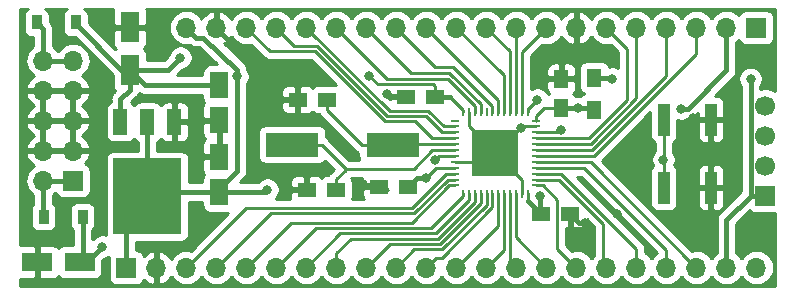
<source format=gbr>
G04 #@! TF.GenerationSoftware,KiCad,Pcbnew,(5.1.4)-1*
G04 #@! TF.CreationDate,2020-02-13T17:10:55+00:00*
G04 #@! TF.ProjectId,STM32L152_Dev_Board,53544d33-324c-4313-9532-5f4465765f42,rev?*
G04 #@! TF.SameCoordinates,Original*
G04 #@! TF.FileFunction,Copper,L1,Top*
G04 #@! TF.FilePolarity,Positive*
%FSLAX46Y46*%
G04 Gerber Fmt 4.6, Leading zero omitted, Abs format (unit mm)*
G04 Created by KiCad (PCBNEW (5.1.4)-1) date 2020-02-13 17:10:55*
%MOMM*%
%LPD*%
G04 APERTURE LIST*
%ADD10R,1.700000X1.700000*%
%ADD11O,1.700000X1.700000*%
%ADD12R,1.500000X1.250000*%
%ADD13R,0.700000X0.250000*%
%ADD14R,0.250000X0.700000*%
%ADD15R,4.000000X4.000000*%
%ADD16R,4.500000X2.000000*%
%ADD17R,1.600000X2.200000*%
%ADD18R,1.000000X2.750000*%
%ADD19R,1.250000X1.500000*%
%ADD20R,1.600000X2.600000*%
%ADD21R,2.600000X1.600000*%
%ADD22R,0.900000X1.200000*%
%ADD23C,1.700000*%
%ADD24R,1.300000X1.500000*%
%ADD25R,2.750000X3.050000*%
%ADD26R,5.800000X6.400000*%
%ADD27R,1.200000X2.200000*%
%ADD28C,0.800000*%
%ADD29C,0.250000*%
%ADD30C,0.400000*%
%ADD31C,0.254000*%
G04 APERTURE END LIST*
D10*
X205740000Y-129032000D03*
D11*
X203200000Y-129032000D03*
X200660000Y-129032000D03*
X198120000Y-129032000D03*
X195580000Y-129032000D03*
X193040000Y-129032000D03*
X190500000Y-129032000D03*
X187960000Y-129032000D03*
X185420000Y-129032000D03*
X182880000Y-129032000D03*
X180340000Y-129032000D03*
X177800000Y-129032000D03*
X175260000Y-129032000D03*
X172720000Y-129032000D03*
X170180000Y-129032000D03*
X167640000Y-129032000D03*
X165100000Y-129032000D03*
X162560000Y-129032000D03*
X160020000Y-129032000D03*
X157480000Y-129032000D03*
D10*
X152400000Y-149352000D03*
D11*
X154940000Y-149352000D03*
X157480000Y-149352000D03*
X160020000Y-149352000D03*
X162560000Y-149352000D03*
X165100000Y-149352000D03*
X167640000Y-149352000D03*
X170180000Y-149352000D03*
X172720000Y-149352000D03*
X175260000Y-149352000D03*
X177800000Y-149352000D03*
X180340000Y-149352000D03*
X182880000Y-149352000D03*
X185420000Y-149352000D03*
X187960000Y-149352000D03*
X190500000Y-149352000D03*
X193040000Y-149352000D03*
X195580000Y-149352000D03*
X198120000Y-149352000D03*
X200660000Y-149352000D03*
X203200000Y-149352000D03*
X205740000Y-149352000D03*
D12*
X178542000Y-134874000D03*
X176042000Y-134874000D03*
D13*
X180192000Y-136901750D03*
X180192000Y-137401750D03*
X180192000Y-137901750D03*
X180192000Y-138401750D03*
X180192000Y-138901750D03*
X180192000Y-139401750D03*
X180192000Y-139901750D03*
X180192000Y-140401750D03*
X180192000Y-140901750D03*
X180192000Y-141401750D03*
X180192000Y-141901750D03*
X180192000Y-142401750D03*
D14*
X180892000Y-143101750D03*
X181392000Y-143101750D03*
X181892000Y-143101750D03*
X182392000Y-143101750D03*
X182892000Y-143101750D03*
X183392000Y-143101750D03*
X183892000Y-143101750D03*
X184392000Y-143101750D03*
X184892000Y-143101750D03*
X185392000Y-143101750D03*
X185892000Y-143101750D03*
X186392000Y-143101750D03*
D13*
X187092000Y-142401750D03*
X187092000Y-141901750D03*
X187092000Y-141401750D03*
X187092000Y-140901750D03*
X187092000Y-140401750D03*
X187092000Y-139901750D03*
X187092000Y-139401750D03*
X187092000Y-138901750D03*
X187092000Y-138401750D03*
X187092000Y-137901750D03*
X187092000Y-137401750D03*
X187092000Y-136901750D03*
D14*
X186392000Y-136201750D03*
X185892000Y-136201750D03*
X185392000Y-136201750D03*
X184892000Y-136201750D03*
X184392000Y-136201750D03*
X183892000Y-136201750D03*
X183392000Y-136201750D03*
X182892000Y-136201750D03*
X182392000Y-136201750D03*
X181892000Y-136201750D03*
X181392000Y-136201750D03*
X180892000Y-136201750D03*
D15*
X183642000Y-139651750D03*
D16*
X166438000Y-138938000D03*
X174938000Y-138938000D03*
D17*
X160274000Y-139978000D03*
X160274000Y-142978000D03*
X160274000Y-136882000D03*
X160274000Y-133882000D03*
D18*
X201898000Y-142580000D03*
X201898000Y-136820000D03*
X197898000Y-136820000D03*
X197898000Y-142580000D03*
D10*
X147878800Y-141986000D03*
D11*
X145338800Y-141986000D03*
X147878800Y-139446000D03*
X145338800Y-139446000D03*
X147878800Y-136906000D03*
X145338800Y-136906000D03*
X147878800Y-134366000D03*
X145338800Y-134366000D03*
X147878800Y-131826000D03*
X145338800Y-131826000D03*
D19*
X189230000Y-135870000D03*
X189230000Y-133370000D03*
D12*
X166898000Y-135128000D03*
X169398000Y-135128000D03*
X167660000Y-142748000D03*
X170160000Y-142748000D03*
X189972000Y-144780000D03*
X187472000Y-144780000D03*
X176256000Y-142494000D03*
X173756000Y-142494000D03*
D20*
X152679400Y-129010000D03*
X152679400Y-132610000D03*
D21*
X144834200Y-148894800D03*
X148434200Y-148894800D03*
D22*
X148106400Y-128600200D03*
X144806400Y-128600200D03*
X148690600Y-145059400D03*
X145390600Y-145059400D03*
D23*
X206502000Y-135636000D03*
X206502000Y-138176000D03*
X206502000Y-140716000D03*
D10*
X206502000Y-143256000D03*
D24*
X192024000Y-133270000D03*
X192024000Y-135970000D03*
D25*
X152653000Y-141649000D03*
X155703000Y-144999000D03*
X155703000Y-141649000D03*
X152653000Y-144999000D03*
D26*
X154178000Y-143324000D03*
D27*
X151898000Y-137024000D03*
X154178000Y-137024000D03*
X156458000Y-137024000D03*
D28*
X190647000Y-135870000D03*
X199390000Y-135890000D03*
X158242000Y-135128000D03*
X174498000Y-134620000D03*
X185776875Y-137516875D03*
X187325000Y-133223000D03*
X172466000Y-142240000D03*
X191262000Y-145542000D03*
X200406000Y-141478000D03*
X200406000Y-136652000D03*
X193929000Y-144780000D03*
X164338000Y-142748000D03*
X193548000Y-133350000D03*
X205251999Y-133369999D03*
X187452000Y-143256000D03*
X172974000Y-133096000D03*
X161798000Y-133165999D03*
X177800000Y-141732000D03*
X156972000Y-131572000D03*
X150368000Y-147574000D03*
X187198000Y-135128000D03*
X189230000Y-137668000D03*
X178562000Y-140208000D03*
X197866000Y-140208000D03*
D29*
X187057750Y-136886000D02*
X187042000Y-136901750D01*
D30*
X203200000Y-130234081D02*
X203200000Y-129032000D01*
X203200000Y-132645685D02*
X203200000Y-130234081D01*
X199955685Y-135890000D02*
X203200000Y-132645685D01*
X199390000Y-135890000D02*
X199955685Y-135890000D01*
X191924000Y-135870000D02*
X192024000Y-135970000D01*
X189230000Y-135870000D02*
X191924000Y-135870000D01*
D29*
X188355000Y-135870000D02*
X189230000Y-135870000D01*
X187748750Y-135870000D02*
X188355000Y-135870000D01*
X187092000Y-136526750D02*
X187748750Y-135870000D01*
X187092000Y-136901750D02*
X187092000Y-136526750D01*
X181892000Y-140401750D02*
X182142000Y-140151750D01*
X180192000Y-140401750D02*
X181892000Y-140401750D01*
X185892000Y-137401750D02*
X185776875Y-137516875D01*
X187092000Y-137401750D02*
X185892000Y-137401750D01*
X185892000Y-141901750D02*
X185142000Y-141151750D01*
X185892000Y-143101750D02*
X185892000Y-141901750D01*
X185776875Y-137516875D02*
X185142000Y-138151750D01*
X174010000Y-142240000D02*
X172466000Y-142240000D01*
X174518000Y-142748000D02*
X174010000Y-142240000D01*
X181392000Y-137401750D02*
X182142000Y-138151750D01*
X181392000Y-136201750D02*
X181392000Y-137401750D01*
D30*
X190734000Y-145542000D02*
X189972000Y-144780000D01*
X191262000Y-145542000D02*
X190734000Y-145542000D01*
X160020000Y-129032000D02*
X161290000Y-130302000D01*
D29*
X174974250Y-138901750D02*
X174938000Y-138938000D01*
X180242000Y-138901750D02*
X174974250Y-138901750D01*
X172333000Y-138938000D02*
X174938000Y-138938000D01*
X169398000Y-136003000D02*
X172333000Y-138938000D01*
X169398000Y-135128000D02*
X169398000Y-136003000D01*
X166987000Y-138938000D02*
X166438000Y-138938000D01*
X168938000Y-138938000D02*
X166438000Y-138938000D01*
X170970000Y-140970000D02*
X168938000Y-138938000D01*
X176741002Y-140970000D02*
X170970000Y-140970000D01*
X178309252Y-139401750D02*
X176741002Y-140970000D01*
X180242000Y-139401750D02*
X178309252Y-139401750D01*
X170970000Y-141063000D02*
X170970000Y-140970000D01*
X170160000Y-141873000D02*
X170970000Y-141063000D01*
X170160000Y-142748000D02*
X170160000Y-141873000D01*
D30*
X154178000Y-137024000D02*
X154178000Y-143324000D01*
X154524000Y-142978000D02*
X154178000Y-143324000D01*
X160274000Y-142978000D02*
X154524000Y-142978000D01*
X160274000Y-142978000D02*
X164108000Y-142978000D01*
X164108000Y-142978000D02*
X164338000Y-142748000D01*
X206502000Y-143256000D02*
X205251999Y-143255999D01*
X205252000Y-143256000D02*
X206502000Y-143256000D01*
X203200000Y-145308000D02*
X205252000Y-143256000D01*
X203200000Y-149352000D02*
X203200000Y-145308000D01*
X152400000Y-145102000D02*
X154178000Y-143324000D01*
X152400000Y-149352000D02*
X152400000Y-145102000D01*
X192024000Y-133270000D02*
X193468000Y-133270000D01*
X193468000Y-133270000D02*
X193548000Y-133350000D01*
X205251999Y-143255999D02*
X205251999Y-133369999D01*
X187452000Y-144760000D02*
X187472000Y-144780000D01*
X187452000Y-143256000D02*
X187452000Y-144760000D01*
D29*
X186392000Y-143051750D02*
X186392000Y-143700000D01*
D30*
X186392000Y-143700000D02*
X187472000Y-144780000D01*
X158329999Y-129881999D02*
X157480000Y-129032000D01*
X161798000Y-132588000D02*
X158894001Y-129881999D01*
X158894001Y-129881999D02*
X158329999Y-129881999D01*
X161798000Y-132588000D02*
X161798000Y-133165999D01*
X160274000Y-142678000D02*
X160274000Y-142978000D01*
X161798000Y-133165999D02*
X161798000Y-141154000D01*
X161798000Y-141154000D02*
X160274000Y-142678000D01*
D29*
X173678010Y-133800010D02*
X172974000Y-133096000D01*
X178343010Y-133800010D02*
X173678010Y-133800010D01*
X178542000Y-133999000D02*
X178343010Y-133800010D01*
X178542000Y-134874000D02*
X178542000Y-133999000D01*
D30*
X179789250Y-134874000D02*
X178542000Y-134874000D01*
D29*
X180892000Y-135976750D02*
X179789250Y-134874000D01*
X180892000Y-136201750D02*
X180892000Y-135976750D01*
X176510000Y-142748000D02*
X176385000Y-142748000D01*
D30*
X177018000Y-141732000D02*
X176256000Y-142494000D01*
X177800000Y-141732000D02*
X177018000Y-141732000D01*
D29*
X178199999Y-141332001D02*
X177800000Y-141732000D01*
X178598999Y-140933001D02*
X178199999Y-141332001D01*
X179560749Y-140933001D02*
X178598999Y-140933001D01*
X179592000Y-140901750D02*
X179560749Y-140933001D01*
X180192000Y-140901750D02*
X179592000Y-140901750D01*
D30*
X151966200Y-132610000D02*
X152679400Y-132610000D01*
X148106400Y-128750200D02*
X151966200Y-132610000D01*
X148106400Y-128600200D02*
X148106400Y-128750200D01*
X153951400Y-133882000D02*
X152679400Y-132610000D01*
X160274000Y-133882000D02*
X153951400Y-133882000D01*
X152679400Y-134310000D02*
X151892000Y-135097400D01*
X152679400Y-132610000D02*
X152679400Y-134310000D01*
X151898000Y-135103400D02*
X151898000Y-137024000D01*
X151892000Y-135097400D02*
X151898000Y-135103400D01*
X152679400Y-132610000D02*
X155934000Y-132610000D01*
X155934000Y-132610000D02*
X156972000Y-131572000D01*
X148690600Y-148638400D02*
X148434200Y-148894800D01*
X148690600Y-145059400D02*
X148690600Y-148638400D01*
X148434200Y-148894800D02*
X149047200Y-148894800D01*
X149047200Y-148894800D02*
X150368000Y-147574000D01*
X145338800Y-129132600D02*
X144806400Y-128600200D01*
X145338800Y-131826000D02*
X145338800Y-129132600D01*
X145338800Y-131826000D02*
X147878800Y-131826000D01*
X145338800Y-141986000D02*
X147878800Y-141986000D01*
X145338800Y-145007600D02*
X145390600Y-145059400D01*
X145338800Y-141986000D02*
X145338800Y-145007600D01*
D29*
X186392000Y-136201750D02*
X186392000Y-135934000D01*
X186392000Y-135934000D02*
X187198000Y-135128000D01*
X187092000Y-137901750D02*
X188996250Y-137901750D01*
X188996250Y-137901750D02*
X189230000Y-137668000D01*
X180192000Y-139901750D02*
X178868250Y-139901750D01*
X178868250Y-139901750D02*
X178562000Y-140208000D01*
X197898000Y-136820000D02*
X197898000Y-142580000D01*
X174686001Y-136078001D02*
X167640000Y-129032000D01*
X177954661Y-136078001D02*
X174686001Y-136078001D01*
X179278410Y-137401750D02*
X177954661Y-136078001D01*
X180242000Y-137401750D02*
X179278410Y-137401750D01*
X177768261Y-136528011D02*
X174499600Y-136528010D01*
X180242000Y-137901750D02*
X179142000Y-137901750D01*
X179142000Y-137901750D02*
X177768261Y-136528011D01*
X174499600Y-136528010D02*
X168527590Y-130556000D01*
X166624000Y-130556000D02*
X165100000Y-129032000D01*
X168527590Y-130556000D02*
X166624000Y-130556000D01*
X164534010Y-131006010D02*
X162560000Y-129032000D01*
X168341190Y-131006010D02*
X164534010Y-131006010D01*
X174313200Y-136978020D02*
X168341190Y-131006010D01*
X176856020Y-136978020D02*
X174313200Y-136978020D01*
X178279750Y-138401750D02*
X176856020Y-136978020D01*
X180242000Y-138401750D02*
X178279750Y-138401750D01*
X183392000Y-144197390D02*
X183392000Y-143051750D01*
X179087389Y-148502001D02*
X183392000Y-144197390D01*
X177800000Y-149352000D02*
X178649999Y-148502001D01*
X178649999Y-148502001D02*
X179087389Y-148502001D01*
X183842010Y-145849990D02*
X180340000Y-149352000D01*
X183842010Y-143309990D02*
X183842010Y-145849990D01*
X183892000Y-143260000D02*
X183842010Y-143309990D01*
X183892000Y-143051750D02*
X183892000Y-143260000D01*
X184392000Y-147840000D02*
X182880000Y-149352000D01*
X184392000Y-143051750D02*
X184392000Y-147840000D01*
X185392000Y-129060000D02*
X185420000Y-129032000D01*
X185392000Y-136251750D02*
X185392000Y-129060000D01*
X184892000Y-131044000D02*
X182880000Y-129032000D01*
X184892000Y-136251750D02*
X184892000Y-131044000D01*
X184342010Y-133034010D02*
X180340000Y-129032000D01*
X184342010Y-135601760D02*
X184342010Y-133034010D01*
X184392000Y-135651750D02*
X184342010Y-135601760D01*
X184392000Y-136251750D02*
X184392000Y-135651750D01*
X183892000Y-135124000D02*
X177800000Y-129032000D01*
X183892000Y-136251750D02*
X183892000Y-135124000D01*
X183392000Y-135651750D02*
X180074250Y-132334000D01*
X183392000Y-136251750D02*
X183392000Y-135651750D01*
X178562000Y-132334000D02*
X175260000Y-129032000D01*
X180074250Y-132334000D02*
X178562000Y-132334000D01*
X182392000Y-135515340D02*
X179718660Y-132842000D01*
X182392000Y-136251750D02*
X182392000Y-135515340D01*
X176530000Y-132842000D02*
X172720000Y-129032000D01*
X179718660Y-132842000D02*
X176530000Y-132842000D01*
X181892000Y-135651750D02*
X179590250Y-133350000D01*
X181892000Y-136251750D02*
X181892000Y-135651750D01*
X174498000Y-133350000D02*
X170180000Y-129032000D01*
X179590250Y-133350000D02*
X174498000Y-133350000D01*
X184892000Y-148824000D02*
X185420000Y-149352000D01*
X184892000Y-143051750D02*
X184892000Y-148824000D01*
X185392000Y-146784000D02*
X187960000Y-149352000D01*
X185392000Y-143051750D02*
X185392000Y-146784000D01*
X188896999Y-147748999D02*
X190500000Y-149352000D01*
X188896999Y-143606749D02*
X188896999Y-147748999D01*
X187692000Y-142401750D02*
X188896999Y-143606749D01*
X187092000Y-142401750D02*
X187692000Y-142401750D01*
X192786000Y-149098000D02*
X193040000Y-149352000D01*
X192786000Y-145633998D02*
X192786000Y-149098000D01*
X187092000Y-141901750D02*
X189053752Y-141901750D01*
X189053752Y-141901750D02*
X192786000Y-145633998D01*
X195580000Y-147791588D02*
X195580000Y-149352000D01*
X189190162Y-141401750D02*
X195580000Y-147791588D01*
X187092000Y-141401750D02*
X189190162Y-141401750D01*
X198120000Y-147833588D02*
X198120000Y-149352000D01*
X191188162Y-140901750D02*
X198120000Y-147833588D01*
X187092000Y-140901750D02*
X191188162Y-140901750D01*
X162560000Y-144272000D02*
X157480000Y-149352000D01*
X176585340Y-144272000D02*
X162560000Y-144272000D01*
X179455590Y-141401750D02*
X176585340Y-144272000D01*
X180192000Y-141401750D02*
X179455590Y-141401750D01*
X164649990Y-144722010D02*
X160020000Y-149352000D01*
X176771740Y-144722010D02*
X164649990Y-144722010D01*
X179592000Y-141901750D02*
X176771740Y-144722010D01*
X180192000Y-141901750D02*
X179592000Y-141901750D01*
X163409999Y-148502001D02*
X162560000Y-149352000D01*
X166345009Y-145566991D02*
X163409999Y-148502001D01*
X176563169Y-145566991D02*
X166345009Y-145566991D01*
X179728410Y-142401750D02*
X176563169Y-145566991D01*
X180192000Y-142401750D02*
X179728410Y-142401750D01*
X168434999Y-146017001D02*
X165100000Y-149352000D01*
X178151749Y-146017001D02*
X168434999Y-146017001D01*
X180892000Y-143276750D02*
X178151749Y-146017001D01*
X180892000Y-143051750D02*
X180892000Y-143276750D01*
X181392000Y-143651750D02*
X181392000Y-143051750D01*
X178576739Y-146467011D02*
X181392000Y-143651750D01*
X167640000Y-149352000D02*
X170524989Y-146467011D01*
X170524989Y-146467011D02*
X178576739Y-146467011D01*
X181892000Y-143788160D02*
X181892000Y-143051750D01*
X178763140Y-146917020D02*
X181892000Y-143788160D01*
X171412898Y-146917021D02*
X178763140Y-146917020D01*
X170180000Y-148149919D02*
X171412898Y-146917021D01*
X170180000Y-149352000D02*
X170180000Y-148149919D01*
X182392000Y-143924570D02*
X182392000Y-143051750D01*
X178949541Y-147367029D02*
X182392000Y-143924570D01*
X174704971Y-147367029D02*
X178949541Y-147367029D01*
X172720000Y-149352000D02*
X174704971Y-147367029D01*
X182892000Y-144060980D02*
X182892000Y-143051750D01*
X179135942Y-147817038D02*
X182892000Y-144060980D01*
X176794961Y-147817039D02*
X179135942Y-147817038D01*
X175260000Y-149352000D02*
X176794961Y-147817039D01*
X191709750Y-140401750D02*
X200660000Y-149352000D01*
X187092000Y-140401750D02*
X191709750Y-140401750D01*
X200660000Y-131228232D02*
X200660000Y-129032000D01*
X191986482Y-139901750D02*
X200660000Y-131228232D01*
X187092000Y-139901750D02*
X191986482Y-139901750D01*
X198120000Y-133131822D02*
X198120000Y-129032000D01*
X191850072Y-139401750D02*
X198120000Y-133131822D01*
X187092000Y-139401750D02*
X191850072Y-139401750D01*
X195580000Y-135035412D02*
X195580000Y-129032000D01*
X191713662Y-138901750D02*
X195580000Y-135035412D01*
X187092000Y-138901750D02*
X191713662Y-138901750D01*
X191577252Y-138401750D02*
X194818000Y-135161002D01*
X187092000Y-138401750D02*
X191577252Y-138401750D01*
X194818000Y-130810000D02*
X193040000Y-129032000D01*
X194818000Y-135161002D02*
X194818000Y-130810000D01*
X185892000Y-131100000D02*
X187960000Y-129032000D01*
X185892000Y-136251750D02*
X185892000Y-131100000D01*
D31*
G36*
X144001906Y-127469663D02*
G01*
X143905215Y-127549015D01*
X143825863Y-127645706D01*
X143766898Y-127756020D01*
X143730588Y-127875718D01*
X143718328Y-128000200D01*
X143718328Y-129200200D01*
X143730588Y-129324682D01*
X143766898Y-129444380D01*
X143825863Y-129554694D01*
X143905215Y-129651385D01*
X144001906Y-129730737D01*
X144112220Y-129789702D01*
X144231918Y-129826012D01*
X144356400Y-129838272D01*
X144503801Y-129838272D01*
X144503800Y-130590206D01*
X144283666Y-130770866D01*
X144098094Y-130996986D01*
X143960201Y-131254966D01*
X143875287Y-131534889D01*
X143846615Y-131826000D01*
X143875287Y-132117111D01*
X143960201Y-132397034D01*
X144098094Y-132655014D01*
X144283666Y-132881134D01*
X144509786Y-133066706D01*
X144574323Y-133101201D01*
X144457445Y-133170822D01*
X144241212Y-133365731D01*
X144067159Y-133599080D01*
X143941975Y-133861901D01*
X143897324Y-134009110D01*
X144018645Y-134239000D01*
X145211800Y-134239000D01*
X145211800Y-134219000D01*
X145465800Y-134219000D01*
X145465800Y-134239000D01*
X147751800Y-134239000D01*
X147751800Y-134219000D01*
X148005800Y-134219000D01*
X148005800Y-134239000D01*
X149198955Y-134239000D01*
X149320276Y-134009110D01*
X149275625Y-133861901D01*
X149150441Y-133599080D01*
X148976388Y-133365731D01*
X148760155Y-133170822D01*
X148643277Y-133101201D01*
X148707814Y-133066706D01*
X148933934Y-132881134D01*
X149119506Y-132655014D01*
X149257399Y-132397034D01*
X149342313Y-132117111D01*
X149370985Y-131826000D01*
X149342313Y-131534889D01*
X149257399Y-131254966D01*
X149119506Y-130996986D01*
X148933934Y-130770866D01*
X148707814Y-130585294D01*
X148449834Y-130447401D01*
X148169911Y-130362487D01*
X147951750Y-130341000D01*
X147805850Y-130341000D01*
X147587689Y-130362487D01*
X147307766Y-130447401D01*
X147049786Y-130585294D01*
X146823666Y-130770866D01*
X146643007Y-130991000D01*
X146574593Y-130991000D01*
X146393934Y-130770866D01*
X146173800Y-130590207D01*
X146173800Y-129173607D01*
X146177839Y-129132599D01*
X146173800Y-129091591D01*
X146173800Y-129091581D01*
X146161718Y-128968911D01*
X146113972Y-128811513D01*
X146036436Y-128666454D01*
X145932091Y-128539309D01*
X145900221Y-128513154D01*
X145894472Y-128507405D01*
X145894472Y-128000200D01*
X145882212Y-127875718D01*
X145845902Y-127756020D01*
X145786937Y-127645706D01*
X145707585Y-127549015D01*
X145610894Y-127469663D01*
X145538562Y-127431000D01*
X147374238Y-127431000D01*
X147301906Y-127469663D01*
X147205215Y-127549015D01*
X147125863Y-127645706D01*
X147066898Y-127756020D01*
X147030588Y-127875718D01*
X147018328Y-128000200D01*
X147018328Y-129200200D01*
X147030588Y-129324682D01*
X147066898Y-129444380D01*
X147125863Y-129554694D01*
X147205215Y-129651385D01*
X147301906Y-129730737D01*
X147412220Y-129789702D01*
X147531918Y-129826012D01*
X147656400Y-129838272D01*
X148013605Y-129838272D01*
X151241328Y-133065997D01*
X151241328Y-133910000D01*
X151253588Y-134034482D01*
X151289898Y-134154180D01*
X151348863Y-134264494D01*
X151428215Y-134361185D01*
X151438724Y-134369809D01*
X151330571Y-134477962D01*
X151298710Y-134504110D01*
X151272563Y-134535970D01*
X151272562Y-134535971D01*
X151228662Y-134589463D01*
X151194364Y-134631255D01*
X151116828Y-134776314D01*
X151069082Y-134933712D01*
X151052960Y-135097400D01*
X151063000Y-135199338D01*
X151063000Y-135331713D01*
X151053820Y-135334498D01*
X150943506Y-135393463D01*
X150846815Y-135472815D01*
X150767463Y-135569506D01*
X150708498Y-135679820D01*
X150672188Y-135799518D01*
X150659928Y-135924000D01*
X150659928Y-138124000D01*
X150672188Y-138248482D01*
X150708498Y-138368180D01*
X150767463Y-138478494D01*
X150846815Y-138575185D01*
X150943506Y-138654537D01*
X151053820Y-138713502D01*
X151173518Y-138749812D01*
X151298000Y-138762072D01*
X152498000Y-138762072D01*
X152622482Y-138749812D01*
X152742180Y-138713502D01*
X152852494Y-138654537D01*
X152949185Y-138575185D01*
X153028537Y-138478494D01*
X153038000Y-138460790D01*
X153047463Y-138478494D01*
X153126815Y-138575185D01*
X153223506Y-138654537D01*
X153333820Y-138713502D01*
X153343000Y-138716287D01*
X153343000Y-139485928D01*
X151278000Y-139485928D01*
X151153518Y-139498188D01*
X151033820Y-139534498D01*
X150923506Y-139593463D01*
X150826815Y-139672815D01*
X150747463Y-139769506D01*
X150688498Y-139879820D01*
X150652188Y-139999518D01*
X150639928Y-140124000D01*
X150639928Y-146524000D01*
X150644832Y-146573788D01*
X150469939Y-146539000D01*
X150266061Y-146539000D01*
X150066102Y-146578774D01*
X149877744Y-146656795D01*
X149708226Y-146770063D01*
X149564063Y-146914226D01*
X149525600Y-146971790D01*
X149525600Y-146164901D01*
X149591785Y-146110585D01*
X149671137Y-146013894D01*
X149730102Y-145903580D01*
X149766412Y-145783882D01*
X149778672Y-145659400D01*
X149778672Y-144459400D01*
X149766412Y-144334918D01*
X149730102Y-144215220D01*
X149671137Y-144104906D01*
X149591785Y-144008215D01*
X149495094Y-143928863D01*
X149384780Y-143869898D01*
X149265082Y-143833588D01*
X149140600Y-143821328D01*
X148240600Y-143821328D01*
X148116118Y-143833588D01*
X147996420Y-143869898D01*
X147886106Y-143928863D01*
X147789415Y-144008215D01*
X147710063Y-144104906D01*
X147651098Y-144215220D01*
X147614788Y-144334918D01*
X147602528Y-144459400D01*
X147602528Y-145659400D01*
X147614788Y-145783882D01*
X147651098Y-145903580D01*
X147710063Y-146013894D01*
X147789415Y-146110585D01*
X147855600Y-146164902D01*
X147855601Y-147456728D01*
X147134200Y-147456728D01*
X147009718Y-147468988D01*
X146890020Y-147505298D01*
X146779706Y-147564263D01*
X146683015Y-147643615D01*
X146634200Y-147703096D01*
X146585385Y-147643615D01*
X146488694Y-147564263D01*
X146378380Y-147505298D01*
X146258682Y-147468988D01*
X146134200Y-147456728D01*
X145119950Y-147459800D01*
X144961200Y-147618550D01*
X144961200Y-148767800D01*
X144981200Y-148767800D01*
X144981200Y-149021800D01*
X144961200Y-149021800D01*
X144961200Y-150171050D01*
X145119950Y-150329800D01*
X146134200Y-150332872D01*
X146258682Y-150320612D01*
X146378380Y-150284302D01*
X146488694Y-150225337D01*
X146585385Y-150145985D01*
X146634200Y-150086504D01*
X146683015Y-150145985D01*
X146779706Y-150225337D01*
X146890020Y-150284302D01*
X147009718Y-150320612D01*
X147134200Y-150332872D01*
X149734200Y-150332872D01*
X149858682Y-150320612D01*
X149978380Y-150284302D01*
X150088694Y-150225337D01*
X150185385Y-150145985D01*
X150264737Y-150049294D01*
X150323702Y-149938980D01*
X150360012Y-149819282D01*
X150372272Y-149694800D01*
X150372272Y-148750596D01*
X150524775Y-148598092D01*
X150669898Y-148569226D01*
X150858256Y-148491205D01*
X150916847Y-148452056D01*
X150911928Y-148502000D01*
X150911928Y-150202000D01*
X150924188Y-150326482D01*
X150960498Y-150446180D01*
X151019463Y-150556494D01*
X151098815Y-150653185D01*
X151195506Y-150732537D01*
X151305820Y-150791502D01*
X151425518Y-150827812D01*
X151550000Y-150840072D01*
X153250000Y-150840072D01*
X153374482Y-150827812D01*
X153494180Y-150791502D01*
X153604494Y-150732537D01*
X153701185Y-150653185D01*
X153780537Y-150556494D01*
X153839502Y-150446180D01*
X153863966Y-150365534D01*
X153939731Y-150449588D01*
X154173080Y-150623641D01*
X154435901Y-150748825D01*
X154583110Y-150793476D01*
X154813000Y-150672155D01*
X154813000Y-149479000D01*
X154793000Y-149479000D01*
X154793000Y-149225000D01*
X154813000Y-149225000D01*
X154813000Y-148031845D01*
X154583110Y-147910524D01*
X154435901Y-147955175D01*
X154173080Y-148080359D01*
X153939731Y-148254412D01*
X153863966Y-148338466D01*
X153839502Y-148257820D01*
X153780537Y-148147506D01*
X153701185Y-148050815D01*
X153604494Y-147971463D01*
X153494180Y-147912498D01*
X153374482Y-147876188D01*
X153250000Y-147863928D01*
X153235000Y-147863928D01*
X153235000Y-147162072D01*
X157078000Y-147162072D01*
X157202482Y-147149812D01*
X157322180Y-147113502D01*
X157432494Y-147054537D01*
X157529185Y-146975185D01*
X157608537Y-146878494D01*
X157667502Y-146768180D01*
X157703812Y-146648482D01*
X157716072Y-146524000D01*
X157716072Y-143813000D01*
X158835928Y-143813000D01*
X158835928Y-144078000D01*
X158848188Y-144202482D01*
X158884498Y-144322180D01*
X158943463Y-144432494D01*
X159022815Y-144529185D01*
X159119506Y-144608537D01*
X159229820Y-144667502D01*
X159349518Y-144703812D01*
X159474000Y-144716072D01*
X161041126Y-144716072D01*
X157845996Y-147911203D01*
X157771111Y-147888487D01*
X157552950Y-147867000D01*
X157407050Y-147867000D01*
X157188889Y-147888487D01*
X156908966Y-147973401D01*
X156650986Y-148111294D01*
X156424866Y-148296866D01*
X156239294Y-148522986D01*
X156204799Y-148587523D01*
X156135178Y-148470645D01*
X155940269Y-148254412D01*
X155706920Y-148080359D01*
X155444099Y-147955175D01*
X155296890Y-147910524D01*
X155067000Y-148031845D01*
X155067000Y-149225000D01*
X155087000Y-149225000D01*
X155087000Y-149479000D01*
X155067000Y-149479000D01*
X155067000Y-150672155D01*
X155296890Y-150793476D01*
X155444099Y-150748825D01*
X155706920Y-150623641D01*
X155940269Y-150449588D01*
X156135178Y-150233355D01*
X156204799Y-150116477D01*
X156239294Y-150181014D01*
X156424866Y-150407134D01*
X156650986Y-150592706D01*
X156908966Y-150730599D01*
X157188889Y-150815513D01*
X157407050Y-150837000D01*
X157552950Y-150837000D01*
X157771111Y-150815513D01*
X158051034Y-150730599D01*
X158309014Y-150592706D01*
X158535134Y-150407134D01*
X158720706Y-150181014D01*
X158750000Y-150126209D01*
X158779294Y-150181014D01*
X158964866Y-150407134D01*
X159190986Y-150592706D01*
X159448966Y-150730599D01*
X159728889Y-150815513D01*
X159947050Y-150837000D01*
X160092950Y-150837000D01*
X160311111Y-150815513D01*
X160591034Y-150730599D01*
X160849014Y-150592706D01*
X161075134Y-150407134D01*
X161260706Y-150181014D01*
X161290000Y-150126209D01*
X161319294Y-150181014D01*
X161504866Y-150407134D01*
X161730986Y-150592706D01*
X161988966Y-150730599D01*
X162268889Y-150815513D01*
X162487050Y-150837000D01*
X162632950Y-150837000D01*
X162851111Y-150815513D01*
X163131034Y-150730599D01*
X163389014Y-150592706D01*
X163615134Y-150407134D01*
X163800706Y-150181014D01*
X163830000Y-150126209D01*
X163859294Y-150181014D01*
X164044866Y-150407134D01*
X164270986Y-150592706D01*
X164528966Y-150730599D01*
X164808889Y-150815513D01*
X165027050Y-150837000D01*
X165172950Y-150837000D01*
X165391111Y-150815513D01*
X165671034Y-150730599D01*
X165929014Y-150592706D01*
X166155134Y-150407134D01*
X166340706Y-150181014D01*
X166370000Y-150126209D01*
X166399294Y-150181014D01*
X166584866Y-150407134D01*
X166810986Y-150592706D01*
X167068966Y-150730599D01*
X167348889Y-150815513D01*
X167567050Y-150837000D01*
X167712950Y-150837000D01*
X167931111Y-150815513D01*
X168211034Y-150730599D01*
X168469014Y-150592706D01*
X168695134Y-150407134D01*
X168880706Y-150181014D01*
X168910000Y-150126209D01*
X168939294Y-150181014D01*
X169124866Y-150407134D01*
X169350986Y-150592706D01*
X169608966Y-150730599D01*
X169888889Y-150815513D01*
X170107050Y-150837000D01*
X170252950Y-150837000D01*
X170471111Y-150815513D01*
X170751034Y-150730599D01*
X171009014Y-150592706D01*
X171235134Y-150407134D01*
X171420706Y-150181014D01*
X171450000Y-150126209D01*
X171479294Y-150181014D01*
X171664866Y-150407134D01*
X171890986Y-150592706D01*
X172148966Y-150730599D01*
X172428889Y-150815513D01*
X172647050Y-150837000D01*
X172792950Y-150837000D01*
X173011111Y-150815513D01*
X173291034Y-150730599D01*
X173549014Y-150592706D01*
X173775134Y-150407134D01*
X173960706Y-150181014D01*
X173990000Y-150126209D01*
X174019294Y-150181014D01*
X174204866Y-150407134D01*
X174430986Y-150592706D01*
X174688966Y-150730599D01*
X174968889Y-150815513D01*
X175187050Y-150837000D01*
X175332950Y-150837000D01*
X175551111Y-150815513D01*
X175831034Y-150730599D01*
X176089014Y-150592706D01*
X176315134Y-150407134D01*
X176500706Y-150181014D01*
X176530000Y-150126209D01*
X176559294Y-150181014D01*
X176744866Y-150407134D01*
X176970986Y-150592706D01*
X177228966Y-150730599D01*
X177508889Y-150815513D01*
X177727050Y-150837000D01*
X177872950Y-150837000D01*
X178091111Y-150815513D01*
X178371034Y-150730599D01*
X178629014Y-150592706D01*
X178855134Y-150407134D01*
X179040706Y-150181014D01*
X179070000Y-150126209D01*
X179099294Y-150181014D01*
X179284866Y-150407134D01*
X179510986Y-150592706D01*
X179768966Y-150730599D01*
X180048889Y-150815513D01*
X180267050Y-150837000D01*
X180412950Y-150837000D01*
X180631111Y-150815513D01*
X180911034Y-150730599D01*
X181169014Y-150592706D01*
X181395134Y-150407134D01*
X181580706Y-150181014D01*
X181610000Y-150126209D01*
X181639294Y-150181014D01*
X181824866Y-150407134D01*
X182050986Y-150592706D01*
X182308966Y-150730599D01*
X182588889Y-150815513D01*
X182807050Y-150837000D01*
X182952950Y-150837000D01*
X183171111Y-150815513D01*
X183451034Y-150730599D01*
X183709014Y-150592706D01*
X183935134Y-150407134D01*
X184120706Y-150181014D01*
X184150000Y-150126209D01*
X184179294Y-150181014D01*
X184364866Y-150407134D01*
X184590986Y-150592706D01*
X184848966Y-150730599D01*
X185128889Y-150815513D01*
X185347050Y-150837000D01*
X185492950Y-150837000D01*
X185711111Y-150815513D01*
X185991034Y-150730599D01*
X186249014Y-150592706D01*
X186475134Y-150407134D01*
X186660706Y-150181014D01*
X186690000Y-150126209D01*
X186719294Y-150181014D01*
X186904866Y-150407134D01*
X187130986Y-150592706D01*
X187388966Y-150730599D01*
X187668889Y-150815513D01*
X187887050Y-150837000D01*
X188032950Y-150837000D01*
X188251111Y-150815513D01*
X188531034Y-150730599D01*
X188789014Y-150592706D01*
X189015134Y-150407134D01*
X189200706Y-150181014D01*
X189230000Y-150126209D01*
X189259294Y-150181014D01*
X189444866Y-150407134D01*
X189670986Y-150592706D01*
X189928966Y-150730599D01*
X190208889Y-150815513D01*
X190427050Y-150837000D01*
X190572950Y-150837000D01*
X190791111Y-150815513D01*
X191071034Y-150730599D01*
X191329014Y-150592706D01*
X191555134Y-150407134D01*
X191740706Y-150181014D01*
X191770000Y-150126209D01*
X191799294Y-150181014D01*
X191984866Y-150407134D01*
X192210986Y-150592706D01*
X192468966Y-150730599D01*
X192748889Y-150815513D01*
X192967050Y-150837000D01*
X193112950Y-150837000D01*
X193331111Y-150815513D01*
X193611034Y-150730599D01*
X193869014Y-150592706D01*
X194095134Y-150407134D01*
X194280706Y-150181014D01*
X194310000Y-150126209D01*
X194339294Y-150181014D01*
X194524866Y-150407134D01*
X194750986Y-150592706D01*
X195008966Y-150730599D01*
X195288889Y-150815513D01*
X195507050Y-150837000D01*
X195652950Y-150837000D01*
X195871111Y-150815513D01*
X196151034Y-150730599D01*
X196409014Y-150592706D01*
X196635134Y-150407134D01*
X196820706Y-150181014D01*
X196850000Y-150126209D01*
X196879294Y-150181014D01*
X197064866Y-150407134D01*
X197290986Y-150592706D01*
X197548966Y-150730599D01*
X197828889Y-150815513D01*
X198047050Y-150837000D01*
X198192950Y-150837000D01*
X198411111Y-150815513D01*
X198691034Y-150730599D01*
X198949014Y-150592706D01*
X199175134Y-150407134D01*
X199360706Y-150181014D01*
X199390000Y-150126209D01*
X199419294Y-150181014D01*
X199604866Y-150407134D01*
X199830986Y-150592706D01*
X200088966Y-150730599D01*
X200368889Y-150815513D01*
X200587050Y-150837000D01*
X200732950Y-150837000D01*
X200951111Y-150815513D01*
X201231034Y-150730599D01*
X201489014Y-150592706D01*
X201715134Y-150407134D01*
X201900706Y-150181014D01*
X201930000Y-150126209D01*
X201959294Y-150181014D01*
X202144866Y-150407134D01*
X202370986Y-150592706D01*
X202628966Y-150730599D01*
X202908889Y-150815513D01*
X203127050Y-150837000D01*
X203272950Y-150837000D01*
X203491111Y-150815513D01*
X203771034Y-150730599D01*
X204029014Y-150592706D01*
X204255134Y-150407134D01*
X204440706Y-150181014D01*
X204470000Y-150126209D01*
X204499294Y-150181014D01*
X204684866Y-150407134D01*
X204910986Y-150592706D01*
X205168966Y-150730599D01*
X205448889Y-150815513D01*
X205667050Y-150837000D01*
X205812950Y-150837000D01*
X206031111Y-150815513D01*
X206311034Y-150730599D01*
X206569014Y-150592706D01*
X206795134Y-150407134D01*
X206980706Y-150181014D01*
X207118599Y-149923034D01*
X207203513Y-149643111D01*
X207232185Y-149352000D01*
X207203513Y-149060889D01*
X207118599Y-148780966D01*
X206980706Y-148522986D01*
X206795134Y-148296866D01*
X206569014Y-148111294D01*
X206311034Y-147973401D01*
X206031111Y-147888487D01*
X205812950Y-147867000D01*
X205667050Y-147867000D01*
X205448889Y-147888487D01*
X205168966Y-147973401D01*
X204910986Y-148111294D01*
X204684866Y-148296866D01*
X204499294Y-148522986D01*
X204470000Y-148577791D01*
X204440706Y-148522986D01*
X204255134Y-148296866D01*
X204035000Y-148116207D01*
X204035000Y-145653867D01*
X205169653Y-144519214D01*
X205200815Y-144557185D01*
X205297506Y-144636537D01*
X205407820Y-144695502D01*
X205527518Y-144731812D01*
X205652000Y-144744072D01*
X207341001Y-144744072D01*
X207341001Y-150953000D01*
X143433000Y-150953000D01*
X143433000Y-150322905D01*
X143534200Y-150332872D01*
X144548450Y-150329800D01*
X144707200Y-150171050D01*
X144707200Y-149021800D01*
X144687200Y-149021800D01*
X144687200Y-148767800D01*
X144707200Y-148767800D01*
X144707200Y-147618550D01*
X144548450Y-147459800D01*
X143534200Y-147456728D01*
X143433000Y-147466695D01*
X143433000Y-141986000D01*
X143846615Y-141986000D01*
X143875287Y-142277111D01*
X143960201Y-142557034D01*
X144098094Y-142815014D01*
X144283666Y-143041134D01*
X144503800Y-143221794D01*
X144503801Y-143996409D01*
X144489415Y-144008215D01*
X144410063Y-144104906D01*
X144351098Y-144215220D01*
X144314788Y-144334918D01*
X144302528Y-144459400D01*
X144302528Y-145659400D01*
X144314788Y-145783882D01*
X144351098Y-145903580D01*
X144410063Y-146013894D01*
X144489415Y-146110585D01*
X144586106Y-146189937D01*
X144696420Y-146248902D01*
X144816118Y-146285212D01*
X144940600Y-146297472D01*
X145840600Y-146297472D01*
X145965082Y-146285212D01*
X146084780Y-146248902D01*
X146195094Y-146189937D01*
X146291785Y-146110585D01*
X146371137Y-146013894D01*
X146430102Y-145903580D01*
X146466412Y-145783882D01*
X146478672Y-145659400D01*
X146478672Y-144459400D01*
X146466412Y-144334918D01*
X146430102Y-144215220D01*
X146371137Y-144104906D01*
X146291785Y-144008215D01*
X146195094Y-143928863D01*
X146173800Y-143917481D01*
X146173800Y-143221793D01*
X146393934Y-143041134D01*
X146418407Y-143011313D01*
X146439298Y-143080180D01*
X146498263Y-143190494D01*
X146577615Y-143287185D01*
X146674306Y-143366537D01*
X146784620Y-143425502D01*
X146904318Y-143461812D01*
X147028800Y-143474072D01*
X148728800Y-143474072D01*
X148853282Y-143461812D01*
X148972980Y-143425502D01*
X149083294Y-143366537D01*
X149179985Y-143287185D01*
X149259337Y-143190494D01*
X149318302Y-143080180D01*
X149354612Y-142960482D01*
X149366872Y-142836000D01*
X149366872Y-141136000D01*
X149354612Y-141011518D01*
X149318302Y-140891820D01*
X149259337Y-140781506D01*
X149179985Y-140684815D01*
X149083294Y-140605463D01*
X148972980Y-140546498D01*
X148892334Y-140522034D01*
X148976388Y-140446269D01*
X149150441Y-140212920D01*
X149275625Y-139950099D01*
X149320276Y-139802890D01*
X149198955Y-139573000D01*
X148005800Y-139573000D01*
X148005800Y-139593000D01*
X147751800Y-139593000D01*
X147751800Y-139573000D01*
X145465800Y-139573000D01*
X145465800Y-139593000D01*
X145211800Y-139593000D01*
X145211800Y-139573000D01*
X144018645Y-139573000D01*
X143897324Y-139802890D01*
X143941975Y-139950099D01*
X144067159Y-140212920D01*
X144241212Y-140446269D01*
X144457445Y-140641178D01*
X144574323Y-140710799D01*
X144509786Y-140745294D01*
X144283666Y-140930866D01*
X144098094Y-141156986D01*
X143960201Y-141414966D01*
X143875287Y-141694889D01*
X143846615Y-141986000D01*
X143433000Y-141986000D01*
X143433000Y-137262890D01*
X143897324Y-137262890D01*
X143941975Y-137410099D01*
X144067159Y-137672920D01*
X144241212Y-137906269D01*
X144457445Y-138101178D01*
X144583055Y-138176000D01*
X144457445Y-138250822D01*
X144241212Y-138445731D01*
X144067159Y-138679080D01*
X143941975Y-138941901D01*
X143897324Y-139089110D01*
X144018645Y-139319000D01*
X145211800Y-139319000D01*
X145211800Y-137033000D01*
X145465800Y-137033000D01*
X145465800Y-139319000D01*
X147751800Y-139319000D01*
X147751800Y-137033000D01*
X148005800Y-137033000D01*
X148005800Y-139319000D01*
X149198955Y-139319000D01*
X149320276Y-139089110D01*
X149275625Y-138941901D01*
X149150441Y-138679080D01*
X148976388Y-138445731D01*
X148760155Y-138250822D01*
X148634545Y-138176000D01*
X148760155Y-138101178D01*
X148976388Y-137906269D01*
X149150441Y-137672920D01*
X149275625Y-137410099D01*
X149320276Y-137262890D01*
X149198955Y-137033000D01*
X148005800Y-137033000D01*
X147751800Y-137033000D01*
X145465800Y-137033000D01*
X145211800Y-137033000D01*
X144018645Y-137033000D01*
X143897324Y-137262890D01*
X143433000Y-137262890D01*
X143433000Y-134722890D01*
X143897324Y-134722890D01*
X143941975Y-134870099D01*
X144067159Y-135132920D01*
X144241212Y-135366269D01*
X144457445Y-135561178D01*
X144583055Y-135636000D01*
X144457445Y-135710822D01*
X144241212Y-135905731D01*
X144067159Y-136139080D01*
X143941975Y-136401901D01*
X143897324Y-136549110D01*
X144018645Y-136779000D01*
X145211800Y-136779000D01*
X145211800Y-134493000D01*
X145465800Y-134493000D01*
X145465800Y-136779000D01*
X147751800Y-136779000D01*
X147751800Y-134493000D01*
X148005800Y-134493000D01*
X148005800Y-136779000D01*
X149198955Y-136779000D01*
X149320276Y-136549110D01*
X149275625Y-136401901D01*
X149150441Y-136139080D01*
X148976388Y-135905731D01*
X148760155Y-135710822D01*
X148634545Y-135636000D01*
X148760155Y-135561178D01*
X148976388Y-135366269D01*
X149150441Y-135132920D01*
X149275625Y-134870099D01*
X149320276Y-134722890D01*
X149198955Y-134493000D01*
X148005800Y-134493000D01*
X147751800Y-134493000D01*
X145465800Y-134493000D01*
X145211800Y-134493000D01*
X144018645Y-134493000D01*
X143897324Y-134722890D01*
X143433000Y-134722890D01*
X143433000Y-127431000D01*
X144074238Y-127431000D01*
X144001906Y-127469663D01*
X144001906Y-127469663D01*
G37*
X144001906Y-127469663D02*
X143905215Y-127549015D01*
X143825863Y-127645706D01*
X143766898Y-127756020D01*
X143730588Y-127875718D01*
X143718328Y-128000200D01*
X143718328Y-129200200D01*
X143730588Y-129324682D01*
X143766898Y-129444380D01*
X143825863Y-129554694D01*
X143905215Y-129651385D01*
X144001906Y-129730737D01*
X144112220Y-129789702D01*
X144231918Y-129826012D01*
X144356400Y-129838272D01*
X144503801Y-129838272D01*
X144503800Y-130590206D01*
X144283666Y-130770866D01*
X144098094Y-130996986D01*
X143960201Y-131254966D01*
X143875287Y-131534889D01*
X143846615Y-131826000D01*
X143875287Y-132117111D01*
X143960201Y-132397034D01*
X144098094Y-132655014D01*
X144283666Y-132881134D01*
X144509786Y-133066706D01*
X144574323Y-133101201D01*
X144457445Y-133170822D01*
X144241212Y-133365731D01*
X144067159Y-133599080D01*
X143941975Y-133861901D01*
X143897324Y-134009110D01*
X144018645Y-134239000D01*
X145211800Y-134239000D01*
X145211800Y-134219000D01*
X145465800Y-134219000D01*
X145465800Y-134239000D01*
X147751800Y-134239000D01*
X147751800Y-134219000D01*
X148005800Y-134219000D01*
X148005800Y-134239000D01*
X149198955Y-134239000D01*
X149320276Y-134009110D01*
X149275625Y-133861901D01*
X149150441Y-133599080D01*
X148976388Y-133365731D01*
X148760155Y-133170822D01*
X148643277Y-133101201D01*
X148707814Y-133066706D01*
X148933934Y-132881134D01*
X149119506Y-132655014D01*
X149257399Y-132397034D01*
X149342313Y-132117111D01*
X149370985Y-131826000D01*
X149342313Y-131534889D01*
X149257399Y-131254966D01*
X149119506Y-130996986D01*
X148933934Y-130770866D01*
X148707814Y-130585294D01*
X148449834Y-130447401D01*
X148169911Y-130362487D01*
X147951750Y-130341000D01*
X147805850Y-130341000D01*
X147587689Y-130362487D01*
X147307766Y-130447401D01*
X147049786Y-130585294D01*
X146823666Y-130770866D01*
X146643007Y-130991000D01*
X146574593Y-130991000D01*
X146393934Y-130770866D01*
X146173800Y-130590207D01*
X146173800Y-129173607D01*
X146177839Y-129132599D01*
X146173800Y-129091591D01*
X146173800Y-129091581D01*
X146161718Y-128968911D01*
X146113972Y-128811513D01*
X146036436Y-128666454D01*
X145932091Y-128539309D01*
X145900221Y-128513154D01*
X145894472Y-128507405D01*
X145894472Y-128000200D01*
X145882212Y-127875718D01*
X145845902Y-127756020D01*
X145786937Y-127645706D01*
X145707585Y-127549015D01*
X145610894Y-127469663D01*
X145538562Y-127431000D01*
X147374238Y-127431000D01*
X147301906Y-127469663D01*
X147205215Y-127549015D01*
X147125863Y-127645706D01*
X147066898Y-127756020D01*
X147030588Y-127875718D01*
X147018328Y-128000200D01*
X147018328Y-129200200D01*
X147030588Y-129324682D01*
X147066898Y-129444380D01*
X147125863Y-129554694D01*
X147205215Y-129651385D01*
X147301906Y-129730737D01*
X147412220Y-129789702D01*
X147531918Y-129826012D01*
X147656400Y-129838272D01*
X148013605Y-129838272D01*
X151241328Y-133065997D01*
X151241328Y-133910000D01*
X151253588Y-134034482D01*
X151289898Y-134154180D01*
X151348863Y-134264494D01*
X151428215Y-134361185D01*
X151438724Y-134369809D01*
X151330571Y-134477962D01*
X151298710Y-134504110D01*
X151272563Y-134535970D01*
X151272562Y-134535971D01*
X151228662Y-134589463D01*
X151194364Y-134631255D01*
X151116828Y-134776314D01*
X151069082Y-134933712D01*
X151052960Y-135097400D01*
X151063000Y-135199338D01*
X151063000Y-135331713D01*
X151053820Y-135334498D01*
X150943506Y-135393463D01*
X150846815Y-135472815D01*
X150767463Y-135569506D01*
X150708498Y-135679820D01*
X150672188Y-135799518D01*
X150659928Y-135924000D01*
X150659928Y-138124000D01*
X150672188Y-138248482D01*
X150708498Y-138368180D01*
X150767463Y-138478494D01*
X150846815Y-138575185D01*
X150943506Y-138654537D01*
X151053820Y-138713502D01*
X151173518Y-138749812D01*
X151298000Y-138762072D01*
X152498000Y-138762072D01*
X152622482Y-138749812D01*
X152742180Y-138713502D01*
X152852494Y-138654537D01*
X152949185Y-138575185D01*
X153028537Y-138478494D01*
X153038000Y-138460790D01*
X153047463Y-138478494D01*
X153126815Y-138575185D01*
X153223506Y-138654537D01*
X153333820Y-138713502D01*
X153343000Y-138716287D01*
X153343000Y-139485928D01*
X151278000Y-139485928D01*
X151153518Y-139498188D01*
X151033820Y-139534498D01*
X150923506Y-139593463D01*
X150826815Y-139672815D01*
X150747463Y-139769506D01*
X150688498Y-139879820D01*
X150652188Y-139999518D01*
X150639928Y-140124000D01*
X150639928Y-146524000D01*
X150644832Y-146573788D01*
X150469939Y-146539000D01*
X150266061Y-146539000D01*
X150066102Y-146578774D01*
X149877744Y-146656795D01*
X149708226Y-146770063D01*
X149564063Y-146914226D01*
X149525600Y-146971790D01*
X149525600Y-146164901D01*
X149591785Y-146110585D01*
X149671137Y-146013894D01*
X149730102Y-145903580D01*
X149766412Y-145783882D01*
X149778672Y-145659400D01*
X149778672Y-144459400D01*
X149766412Y-144334918D01*
X149730102Y-144215220D01*
X149671137Y-144104906D01*
X149591785Y-144008215D01*
X149495094Y-143928863D01*
X149384780Y-143869898D01*
X149265082Y-143833588D01*
X149140600Y-143821328D01*
X148240600Y-143821328D01*
X148116118Y-143833588D01*
X147996420Y-143869898D01*
X147886106Y-143928863D01*
X147789415Y-144008215D01*
X147710063Y-144104906D01*
X147651098Y-144215220D01*
X147614788Y-144334918D01*
X147602528Y-144459400D01*
X147602528Y-145659400D01*
X147614788Y-145783882D01*
X147651098Y-145903580D01*
X147710063Y-146013894D01*
X147789415Y-146110585D01*
X147855600Y-146164902D01*
X147855601Y-147456728D01*
X147134200Y-147456728D01*
X147009718Y-147468988D01*
X146890020Y-147505298D01*
X146779706Y-147564263D01*
X146683015Y-147643615D01*
X146634200Y-147703096D01*
X146585385Y-147643615D01*
X146488694Y-147564263D01*
X146378380Y-147505298D01*
X146258682Y-147468988D01*
X146134200Y-147456728D01*
X145119950Y-147459800D01*
X144961200Y-147618550D01*
X144961200Y-148767800D01*
X144981200Y-148767800D01*
X144981200Y-149021800D01*
X144961200Y-149021800D01*
X144961200Y-150171050D01*
X145119950Y-150329800D01*
X146134200Y-150332872D01*
X146258682Y-150320612D01*
X146378380Y-150284302D01*
X146488694Y-150225337D01*
X146585385Y-150145985D01*
X146634200Y-150086504D01*
X146683015Y-150145985D01*
X146779706Y-150225337D01*
X146890020Y-150284302D01*
X147009718Y-150320612D01*
X147134200Y-150332872D01*
X149734200Y-150332872D01*
X149858682Y-150320612D01*
X149978380Y-150284302D01*
X150088694Y-150225337D01*
X150185385Y-150145985D01*
X150264737Y-150049294D01*
X150323702Y-149938980D01*
X150360012Y-149819282D01*
X150372272Y-149694800D01*
X150372272Y-148750596D01*
X150524775Y-148598092D01*
X150669898Y-148569226D01*
X150858256Y-148491205D01*
X150916847Y-148452056D01*
X150911928Y-148502000D01*
X150911928Y-150202000D01*
X150924188Y-150326482D01*
X150960498Y-150446180D01*
X151019463Y-150556494D01*
X151098815Y-150653185D01*
X151195506Y-150732537D01*
X151305820Y-150791502D01*
X151425518Y-150827812D01*
X151550000Y-150840072D01*
X153250000Y-150840072D01*
X153374482Y-150827812D01*
X153494180Y-150791502D01*
X153604494Y-150732537D01*
X153701185Y-150653185D01*
X153780537Y-150556494D01*
X153839502Y-150446180D01*
X153863966Y-150365534D01*
X153939731Y-150449588D01*
X154173080Y-150623641D01*
X154435901Y-150748825D01*
X154583110Y-150793476D01*
X154813000Y-150672155D01*
X154813000Y-149479000D01*
X154793000Y-149479000D01*
X154793000Y-149225000D01*
X154813000Y-149225000D01*
X154813000Y-148031845D01*
X154583110Y-147910524D01*
X154435901Y-147955175D01*
X154173080Y-148080359D01*
X153939731Y-148254412D01*
X153863966Y-148338466D01*
X153839502Y-148257820D01*
X153780537Y-148147506D01*
X153701185Y-148050815D01*
X153604494Y-147971463D01*
X153494180Y-147912498D01*
X153374482Y-147876188D01*
X153250000Y-147863928D01*
X153235000Y-147863928D01*
X153235000Y-147162072D01*
X157078000Y-147162072D01*
X157202482Y-147149812D01*
X157322180Y-147113502D01*
X157432494Y-147054537D01*
X157529185Y-146975185D01*
X157608537Y-146878494D01*
X157667502Y-146768180D01*
X157703812Y-146648482D01*
X157716072Y-146524000D01*
X157716072Y-143813000D01*
X158835928Y-143813000D01*
X158835928Y-144078000D01*
X158848188Y-144202482D01*
X158884498Y-144322180D01*
X158943463Y-144432494D01*
X159022815Y-144529185D01*
X159119506Y-144608537D01*
X159229820Y-144667502D01*
X159349518Y-144703812D01*
X159474000Y-144716072D01*
X161041126Y-144716072D01*
X157845996Y-147911203D01*
X157771111Y-147888487D01*
X157552950Y-147867000D01*
X157407050Y-147867000D01*
X157188889Y-147888487D01*
X156908966Y-147973401D01*
X156650986Y-148111294D01*
X156424866Y-148296866D01*
X156239294Y-148522986D01*
X156204799Y-148587523D01*
X156135178Y-148470645D01*
X155940269Y-148254412D01*
X155706920Y-148080359D01*
X155444099Y-147955175D01*
X155296890Y-147910524D01*
X155067000Y-148031845D01*
X155067000Y-149225000D01*
X155087000Y-149225000D01*
X155087000Y-149479000D01*
X155067000Y-149479000D01*
X155067000Y-150672155D01*
X155296890Y-150793476D01*
X155444099Y-150748825D01*
X155706920Y-150623641D01*
X155940269Y-150449588D01*
X156135178Y-150233355D01*
X156204799Y-150116477D01*
X156239294Y-150181014D01*
X156424866Y-150407134D01*
X156650986Y-150592706D01*
X156908966Y-150730599D01*
X157188889Y-150815513D01*
X157407050Y-150837000D01*
X157552950Y-150837000D01*
X157771111Y-150815513D01*
X158051034Y-150730599D01*
X158309014Y-150592706D01*
X158535134Y-150407134D01*
X158720706Y-150181014D01*
X158750000Y-150126209D01*
X158779294Y-150181014D01*
X158964866Y-150407134D01*
X159190986Y-150592706D01*
X159448966Y-150730599D01*
X159728889Y-150815513D01*
X159947050Y-150837000D01*
X160092950Y-150837000D01*
X160311111Y-150815513D01*
X160591034Y-150730599D01*
X160849014Y-150592706D01*
X161075134Y-150407134D01*
X161260706Y-150181014D01*
X161290000Y-150126209D01*
X161319294Y-150181014D01*
X161504866Y-150407134D01*
X161730986Y-150592706D01*
X161988966Y-150730599D01*
X162268889Y-150815513D01*
X162487050Y-150837000D01*
X162632950Y-150837000D01*
X162851111Y-150815513D01*
X163131034Y-150730599D01*
X163389014Y-150592706D01*
X163615134Y-150407134D01*
X163800706Y-150181014D01*
X163830000Y-150126209D01*
X163859294Y-150181014D01*
X164044866Y-150407134D01*
X164270986Y-150592706D01*
X164528966Y-150730599D01*
X164808889Y-150815513D01*
X165027050Y-150837000D01*
X165172950Y-150837000D01*
X165391111Y-150815513D01*
X165671034Y-150730599D01*
X165929014Y-150592706D01*
X166155134Y-150407134D01*
X166340706Y-150181014D01*
X166370000Y-150126209D01*
X166399294Y-150181014D01*
X166584866Y-150407134D01*
X166810986Y-150592706D01*
X167068966Y-150730599D01*
X167348889Y-150815513D01*
X167567050Y-150837000D01*
X167712950Y-150837000D01*
X167931111Y-150815513D01*
X168211034Y-150730599D01*
X168469014Y-150592706D01*
X168695134Y-150407134D01*
X168880706Y-150181014D01*
X168910000Y-150126209D01*
X168939294Y-150181014D01*
X169124866Y-150407134D01*
X169350986Y-150592706D01*
X169608966Y-150730599D01*
X169888889Y-150815513D01*
X170107050Y-150837000D01*
X170252950Y-150837000D01*
X170471111Y-150815513D01*
X170751034Y-150730599D01*
X171009014Y-150592706D01*
X171235134Y-150407134D01*
X171420706Y-150181014D01*
X171450000Y-150126209D01*
X171479294Y-150181014D01*
X171664866Y-150407134D01*
X171890986Y-150592706D01*
X172148966Y-150730599D01*
X172428889Y-150815513D01*
X172647050Y-150837000D01*
X172792950Y-150837000D01*
X173011111Y-150815513D01*
X173291034Y-150730599D01*
X173549014Y-150592706D01*
X173775134Y-150407134D01*
X173960706Y-150181014D01*
X173990000Y-150126209D01*
X174019294Y-150181014D01*
X174204866Y-150407134D01*
X174430986Y-150592706D01*
X174688966Y-150730599D01*
X174968889Y-150815513D01*
X175187050Y-150837000D01*
X175332950Y-150837000D01*
X175551111Y-150815513D01*
X175831034Y-150730599D01*
X176089014Y-150592706D01*
X176315134Y-150407134D01*
X176500706Y-150181014D01*
X176530000Y-150126209D01*
X176559294Y-150181014D01*
X176744866Y-150407134D01*
X176970986Y-150592706D01*
X177228966Y-150730599D01*
X177508889Y-150815513D01*
X177727050Y-150837000D01*
X177872950Y-150837000D01*
X178091111Y-150815513D01*
X178371034Y-150730599D01*
X178629014Y-150592706D01*
X178855134Y-150407134D01*
X179040706Y-150181014D01*
X179070000Y-150126209D01*
X179099294Y-150181014D01*
X179284866Y-150407134D01*
X179510986Y-150592706D01*
X179768966Y-150730599D01*
X180048889Y-150815513D01*
X180267050Y-150837000D01*
X180412950Y-150837000D01*
X180631111Y-150815513D01*
X180911034Y-150730599D01*
X181169014Y-150592706D01*
X181395134Y-150407134D01*
X181580706Y-150181014D01*
X181610000Y-150126209D01*
X181639294Y-150181014D01*
X181824866Y-150407134D01*
X182050986Y-150592706D01*
X182308966Y-150730599D01*
X182588889Y-150815513D01*
X182807050Y-150837000D01*
X182952950Y-150837000D01*
X183171111Y-150815513D01*
X183451034Y-150730599D01*
X183709014Y-150592706D01*
X183935134Y-150407134D01*
X184120706Y-150181014D01*
X184150000Y-150126209D01*
X184179294Y-150181014D01*
X184364866Y-150407134D01*
X184590986Y-150592706D01*
X184848966Y-150730599D01*
X185128889Y-150815513D01*
X185347050Y-150837000D01*
X185492950Y-150837000D01*
X185711111Y-150815513D01*
X185991034Y-150730599D01*
X186249014Y-150592706D01*
X186475134Y-150407134D01*
X186660706Y-150181014D01*
X186690000Y-150126209D01*
X186719294Y-150181014D01*
X186904866Y-150407134D01*
X187130986Y-150592706D01*
X187388966Y-150730599D01*
X187668889Y-150815513D01*
X187887050Y-150837000D01*
X188032950Y-150837000D01*
X188251111Y-150815513D01*
X188531034Y-150730599D01*
X188789014Y-150592706D01*
X189015134Y-150407134D01*
X189200706Y-150181014D01*
X189230000Y-150126209D01*
X189259294Y-150181014D01*
X189444866Y-150407134D01*
X189670986Y-150592706D01*
X189928966Y-150730599D01*
X190208889Y-150815513D01*
X190427050Y-150837000D01*
X190572950Y-150837000D01*
X190791111Y-150815513D01*
X191071034Y-150730599D01*
X191329014Y-150592706D01*
X191555134Y-150407134D01*
X191740706Y-150181014D01*
X191770000Y-150126209D01*
X191799294Y-150181014D01*
X191984866Y-150407134D01*
X192210986Y-150592706D01*
X192468966Y-150730599D01*
X192748889Y-150815513D01*
X192967050Y-150837000D01*
X193112950Y-150837000D01*
X193331111Y-150815513D01*
X193611034Y-150730599D01*
X193869014Y-150592706D01*
X194095134Y-150407134D01*
X194280706Y-150181014D01*
X194310000Y-150126209D01*
X194339294Y-150181014D01*
X194524866Y-150407134D01*
X194750986Y-150592706D01*
X195008966Y-150730599D01*
X195288889Y-150815513D01*
X195507050Y-150837000D01*
X195652950Y-150837000D01*
X195871111Y-150815513D01*
X196151034Y-150730599D01*
X196409014Y-150592706D01*
X196635134Y-150407134D01*
X196820706Y-150181014D01*
X196850000Y-150126209D01*
X196879294Y-150181014D01*
X197064866Y-150407134D01*
X197290986Y-150592706D01*
X197548966Y-150730599D01*
X197828889Y-150815513D01*
X198047050Y-150837000D01*
X198192950Y-150837000D01*
X198411111Y-150815513D01*
X198691034Y-150730599D01*
X198949014Y-150592706D01*
X199175134Y-150407134D01*
X199360706Y-150181014D01*
X199390000Y-150126209D01*
X199419294Y-150181014D01*
X199604866Y-150407134D01*
X199830986Y-150592706D01*
X200088966Y-150730599D01*
X200368889Y-150815513D01*
X200587050Y-150837000D01*
X200732950Y-150837000D01*
X200951111Y-150815513D01*
X201231034Y-150730599D01*
X201489014Y-150592706D01*
X201715134Y-150407134D01*
X201900706Y-150181014D01*
X201930000Y-150126209D01*
X201959294Y-150181014D01*
X202144866Y-150407134D01*
X202370986Y-150592706D01*
X202628966Y-150730599D01*
X202908889Y-150815513D01*
X203127050Y-150837000D01*
X203272950Y-150837000D01*
X203491111Y-150815513D01*
X203771034Y-150730599D01*
X204029014Y-150592706D01*
X204255134Y-150407134D01*
X204440706Y-150181014D01*
X204470000Y-150126209D01*
X204499294Y-150181014D01*
X204684866Y-150407134D01*
X204910986Y-150592706D01*
X205168966Y-150730599D01*
X205448889Y-150815513D01*
X205667050Y-150837000D01*
X205812950Y-150837000D01*
X206031111Y-150815513D01*
X206311034Y-150730599D01*
X206569014Y-150592706D01*
X206795134Y-150407134D01*
X206980706Y-150181014D01*
X207118599Y-149923034D01*
X207203513Y-149643111D01*
X207232185Y-149352000D01*
X207203513Y-149060889D01*
X207118599Y-148780966D01*
X206980706Y-148522986D01*
X206795134Y-148296866D01*
X206569014Y-148111294D01*
X206311034Y-147973401D01*
X206031111Y-147888487D01*
X205812950Y-147867000D01*
X205667050Y-147867000D01*
X205448889Y-147888487D01*
X205168966Y-147973401D01*
X204910986Y-148111294D01*
X204684866Y-148296866D01*
X204499294Y-148522986D01*
X204470000Y-148577791D01*
X204440706Y-148522986D01*
X204255134Y-148296866D01*
X204035000Y-148116207D01*
X204035000Y-145653867D01*
X205169653Y-144519214D01*
X205200815Y-144557185D01*
X205297506Y-144636537D01*
X205407820Y-144695502D01*
X205527518Y-144731812D01*
X205652000Y-144744072D01*
X207341001Y-144744072D01*
X207341001Y-150953000D01*
X143433000Y-150953000D01*
X143433000Y-150322905D01*
X143534200Y-150332872D01*
X144548450Y-150329800D01*
X144707200Y-150171050D01*
X144707200Y-149021800D01*
X144687200Y-149021800D01*
X144687200Y-148767800D01*
X144707200Y-148767800D01*
X144707200Y-147618550D01*
X144548450Y-147459800D01*
X143534200Y-147456728D01*
X143433000Y-147466695D01*
X143433000Y-141986000D01*
X143846615Y-141986000D01*
X143875287Y-142277111D01*
X143960201Y-142557034D01*
X144098094Y-142815014D01*
X144283666Y-143041134D01*
X144503800Y-143221794D01*
X144503801Y-143996409D01*
X144489415Y-144008215D01*
X144410063Y-144104906D01*
X144351098Y-144215220D01*
X144314788Y-144334918D01*
X144302528Y-144459400D01*
X144302528Y-145659400D01*
X144314788Y-145783882D01*
X144351098Y-145903580D01*
X144410063Y-146013894D01*
X144489415Y-146110585D01*
X144586106Y-146189937D01*
X144696420Y-146248902D01*
X144816118Y-146285212D01*
X144940600Y-146297472D01*
X145840600Y-146297472D01*
X145965082Y-146285212D01*
X146084780Y-146248902D01*
X146195094Y-146189937D01*
X146291785Y-146110585D01*
X146371137Y-146013894D01*
X146430102Y-145903580D01*
X146466412Y-145783882D01*
X146478672Y-145659400D01*
X146478672Y-144459400D01*
X146466412Y-144334918D01*
X146430102Y-144215220D01*
X146371137Y-144104906D01*
X146291785Y-144008215D01*
X146195094Y-143928863D01*
X146173800Y-143917481D01*
X146173800Y-143221793D01*
X146393934Y-143041134D01*
X146418407Y-143011313D01*
X146439298Y-143080180D01*
X146498263Y-143190494D01*
X146577615Y-143287185D01*
X146674306Y-143366537D01*
X146784620Y-143425502D01*
X146904318Y-143461812D01*
X147028800Y-143474072D01*
X148728800Y-143474072D01*
X148853282Y-143461812D01*
X148972980Y-143425502D01*
X149083294Y-143366537D01*
X149179985Y-143287185D01*
X149259337Y-143190494D01*
X149318302Y-143080180D01*
X149354612Y-142960482D01*
X149366872Y-142836000D01*
X149366872Y-141136000D01*
X149354612Y-141011518D01*
X149318302Y-140891820D01*
X149259337Y-140781506D01*
X149179985Y-140684815D01*
X149083294Y-140605463D01*
X148972980Y-140546498D01*
X148892334Y-140522034D01*
X148976388Y-140446269D01*
X149150441Y-140212920D01*
X149275625Y-139950099D01*
X149320276Y-139802890D01*
X149198955Y-139573000D01*
X148005800Y-139573000D01*
X148005800Y-139593000D01*
X147751800Y-139593000D01*
X147751800Y-139573000D01*
X145465800Y-139573000D01*
X145465800Y-139593000D01*
X145211800Y-139593000D01*
X145211800Y-139573000D01*
X144018645Y-139573000D01*
X143897324Y-139802890D01*
X143941975Y-139950099D01*
X144067159Y-140212920D01*
X144241212Y-140446269D01*
X144457445Y-140641178D01*
X144574323Y-140710799D01*
X144509786Y-140745294D01*
X144283666Y-140930866D01*
X144098094Y-141156986D01*
X143960201Y-141414966D01*
X143875287Y-141694889D01*
X143846615Y-141986000D01*
X143433000Y-141986000D01*
X143433000Y-137262890D01*
X143897324Y-137262890D01*
X143941975Y-137410099D01*
X144067159Y-137672920D01*
X144241212Y-137906269D01*
X144457445Y-138101178D01*
X144583055Y-138176000D01*
X144457445Y-138250822D01*
X144241212Y-138445731D01*
X144067159Y-138679080D01*
X143941975Y-138941901D01*
X143897324Y-139089110D01*
X144018645Y-139319000D01*
X145211800Y-139319000D01*
X145211800Y-137033000D01*
X145465800Y-137033000D01*
X145465800Y-139319000D01*
X147751800Y-139319000D01*
X147751800Y-137033000D01*
X148005800Y-137033000D01*
X148005800Y-139319000D01*
X149198955Y-139319000D01*
X149320276Y-139089110D01*
X149275625Y-138941901D01*
X149150441Y-138679080D01*
X148976388Y-138445731D01*
X148760155Y-138250822D01*
X148634545Y-138176000D01*
X148760155Y-138101178D01*
X148976388Y-137906269D01*
X149150441Y-137672920D01*
X149275625Y-137410099D01*
X149320276Y-137262890D01*
X149198955Y-137033000D01*
X148005800Y-137033000D01*
X147751800Y-137033000D01*
X145465800Y-137033000D01*
X145211800Y-137033000D01*
X144018645Y-137033000D01*
X143897324Y-137262890D01*
X143433000Y-137262890D01*
X143433000Y-134722890D01*
X143897324Y-134722890D01*
X143941975Y-134870099D01*
X144067159Y-135132920D01*
X144241212Y-135366269D01*
X144457445Y-135561178D01*
X144583055Y-135636000D01*
X144457445Y-135710822D01*
X144241212Y-135905731D01*
X144067159Y-136139080D01*
X143941975Y-136401901D01*
X143897324Y-136549110D01*
X144018645Y-136779000D01*
X145211800Y-136779000D01*
X145211800Y-134493000D01*
X145465800Y-134493000D01*
X145465800Y-136779000D01*
X147751800Y-136779000D01*
X147751800Y-134493000D01*
X148005800Y-134493000D01*
X148005800Y-136779000D01*
X149198955Y-136779000D01*
X149320276Y-136549110D01*
X149275625Y-136401901D01*
X149150441Y-136139080D01*
X148976388Y-135905731D01*
X148760155Y-135710822D01*
X148634545Y-135636000D01*
X148760155Y-135561178D01*
X148976388Y-135366269D01*
X149150441Y-135132920D01*
X149275625Y-134870099D01*
X149320276Y-134722890D01*
X149198955Y-134493000D01*
X148005800Y-134493000D01*
X147751800Y-134493000D01*
X145465800Y-134493000D01*
X145211800Y-134493000D01*
X144018645Y-134493000D01*
X143897324Y-134722890D01*
X143433000Y-134722890D01*
X143433000Y-127431000D01*
X144074238Y-127431000D01*
X144001906Y-127469663D01*
G36*
X151289898Y-127465820D02*
G01*
X151253588Y-127585518D01*
X151241328Y-127710000D01*
X151244400Y-128724250D01*
X151403150Y-128883000D01*
X152552400Y-128883000D01*
X152552400Y-128863000D01*
X152806400Y-128863000D01*
X152806400Y-128883000D01*
X153955650Y-128883000D01*
X154114400Y-128724250D01*
X154117472Y-127710000D01*
X154105212Y-127585518D01*
X154068902Y-127465820D01*
X154050290Y-127431000D01*
X207341000Y-127431000D01*
X207341000Y-134410608D01*
X207205411Y-134320010D01*
X206935158Y-134208068D01*
X206648260Y-134151000D01*
X206355740Y-134151000D01*
X206086999Y-134204456D01*
X206086999Y-133983284D01*
X206169204Y-133860255D01*
X206247225Y-133671897D01*
X206286999Y-133471938D01*
X206286999Y-133268060D01*
X206247225Y-133068101D01*
X206169204Y-132879743D01*
X206055936Y-132710225D01*
X205911773Y-132566062D01*
X205742255Y-132452794D01*
X205553897Y-132374773D01*
X205353938Y-132334999D01*
X205150060Y-132334999D01*
X204950101Y-132374773D01*
X204761743Y-132452794D01*
X204592225Y-132566062D01*
X204448062Y-132710225D01*
X204334794Y-132879743D01*
X204256773Y-133068101D01*
X204216999Y-133268060D01*
X204216999Y-133471938D01*
X204256773Y-133671897D01*
X204334794Y-133860255D01*
X204417000Y-133983285D01*
X204416999Y-142910133D01*
X202638574Y-144688559D01*
X202606710Y-144714709D01*
X202580562Y-144746571D01*
X202502364Y-144841855D01*
X202424828Y-144986914D01*
X202377082Y-145144312D01*
X202360960Y-145308000D01*
X202365001Y-145349028D01*
X202365000Y-148116206D01*
X202144866Y-148296866D01*
X201959294Y-148522986D01*
X201930000Y-148577791D01*
X201900706Y-148522986D01*
X201715134Y-148296866D01*
X201489014Y-148111294D01*
X201231034Y-147973401D01*
X200951111Y-147888487D01*
X200732950Y-147867000D01*
X200587050Y-147867000D01*
X200368889Y-147888487D01*
X200294005Y-147911203D01*
X192672917Y-140290116D01*
X196759928Y-136203105D01*
X196759928Y-138195000D01*
X196772188Y-138319482D01*
X196808498Y-138439180D01*
X196867463Y-138549494D01*
X196946815Y-138646185D01*
X197043506Y-138725537D01*
X197138000Y-138776046D01*
X197138000Y-139472289D01*
X197062063Y-139548226D01*
X196948795Y-139717744D01*
X196870774Y-139906102D01*
X196831000Y-140106061D01*
X196831000Y-140309939D01*
X196870774Y-140509898D01*
X196948795Y-140698256D01*
X196972070Y-140733089D01*
X196946815Y-140753815D01*
X196867463Y-140850506D01*
X196808498Y-140960820D01*
X196772188Y-141080518D01*
X196759928Y-141205000D01*
X196759928Y-143955000D01*
X196772188Y-144079482D01*
X196808498Y-144199180D01*
X196867463Y-144309494D01*
X196946815Y-144406185D01*
X197043506Y-144485537D01*
X197153820Y-144544502D01*
X197273518Y-144580812D01*
X197398000Y-144593072D01*
X198398000Y-144593072D01*
X198522482Y-144580812D01*
X198642180Y-144544502D01*
X198752494Y-144485537D01*
X198849185Y-144406185D01*
X198928537Y-144309494D01*
X198987502Y-144199180D01*
X199023812Y-144079482D01*
X199036072Y-143955000D01*
X200759928Y-143955000D01*
X200772188Y-144079482D01*
X200808498Y-144199180D01*
X200867463Y-144309494D01*
X200946815Y-144406185D01*
X201043506Y-144485537D01*
X201153820Y-144544502D01*
X201273518Y-144580812D01*
X201398000Y-144593072D01*
X201612250Y-144590000D01*
X201771000Y-144431250D01*
X201771000Y-142707000D01*
X202025000Y-142707000D01*
X202025000Y-144431250D01*
X202183750Y-144590000D01*
X202398000Y-144593072D01*
X202522482Y-144580812D01*
X202642180Y-144544502D01*
X202752494Y-144485537D01*
X202849185Y-144406185D01*
X202928537Y-144309494D01*
X202987502Y-144199180D01*
X203023812Y-144079482D01*
X203036072Y-143955000D01*
X203033000Y-142865750D01*
X202874250Y-142707000D01*
X202025000Y-142707000D01*
X201771000Y-142707000D01*
X200921750Y-142707000D01*
X200763000Y-142865750D01*
X200759928Y-143955000D01*
X199036072Y-143955000D01*
X199036072Y-141205000D01*
X200759928Y-141205000D01*
X200763000Y-142294250D01*
X200921750Y-142453000D01*
X201771000Y-142453000D01*
X201771000Y-140728750D01*
X202025000Y-140728750D01*
X202025000Y-142453000D01*
X202874250Y-142453000D01*
X203033000Y-142294250D01*
X203036072Y-141205000D01*
X203023812Y-141080518D01*
X202987502Y-140960820D01*
X202928537Y-140850506D01*
X202849185Y-140753815D01*
X202752494Y-140674463D01*
X202642180Y-140615498D01*
X202522482Y-140579188D01*
X202398000Y-140566928D01*
X202183750Y-140570000D01*
X202025000Y-140728750D01*
X201771000Y-140728750D01*
X201612250Y-140570000D01*
X201398000Y-140566928D01*
X201273518Y-140579188D01*
X201153820Y-140615498D01*
X201043506Y-140674463D01*
X200946815Y-140753815D01*
X200867463Y-140850506D01*
X200808498Y-140960820D01*
X200772188Y-141080518D01*
X200759928Y-141205000D01*
X199036072Y-141205000D01*
X199023812Y-141080518D01*
X198987502Y-140960820D01*
X198928537Y-140850506D01*
X198849185Y-140753815D01*
X198782596Y-140699167D01*
X198783205Y-140698256D01*
X198861226Y-140509898D01*
X198901000Y-140309939D01*
X198901000Y-140106061D01*
X198861226Y-139906102D01*
X198783205Y-139717744D01*
X198669937Y-139548226D01*
X198658000Y-139536289D01*
X198658000Y-138776046D01*
X198752494Y-138725537D01*
X198849185Y-138646185D01*
X198928537Y-138549494D01*
X198987502Y-138439180D01*
X199023812Y-138319482D01*
X199036072Y-138195000D01*
X200759928Y-138195000D01*
X200772188Y-138319482D01*
X200808498Y-138439180D01*
X200867463Y-138549494D01*
X200946815Y-138646185D01*
X201043506Y-138725537D01*
X201153820Y-138784502D01*
X201273518Y-138820812D01*
X201398000Y-138833072D01*
X201612250Y-138830000D01*
X201771000Y-138671250D01*
X201771000Y-136947000D01*
X202025000Y-136947000D01*
X202025000Y-138671250D01*
X202183750Y-138830000D01*
X202398000Y-138833072D01*
X202522482Y-138820812D01*
X202642180Y-138784502D01*
X202752494Y-138725537D01*
X202849185Y-138646185D01*
X202928537Y-138549494D01*
X202987502Y-138439180D01*
X203023812Y-138319482D01*
X203036072Y-138195000D01*
X203033000Y-137105750D01*
X202874250Y-136947000D01*
X202025000Y-136947000D01*
X201771000Y-136947000D01*
X200921750Y-136947000D01*
X200763000Y-137105750D01*
X200759928Y-138195000D01*
X199036072Y-138195000D01*
X199036072Y-136863674D01*
X199088102Y-136885226D01*
X199288061Y-136925000D01*
X199491939Y-136925000D01*
X199691898Y-136885226D01*
X199880256Y-136807205D01*
X200004423Y-136724240D01*
X200119374Y-136712918D01*
X200276772Y-136665172D01*
X200421831Y-136587636D01*
X200548976Y-136483291D01*
X200575131Y-136451421D01*
X200762239Y-136264313D01*
X200763000Y-136534250D01*
X200921750Y-136693000D01*
X201771000Y-136693000D01*
X201771000Y-136673000D01*
X202025000Y-136673000D01*
X202025000Y-136693000D01*
X202874250Y-136693000D01*
X203033000Y-136534250D01*
X203036072Y-135445000D01*
X203023812Y-135320518D01*
X202987502Y-135200820D01*
X202928537Y-135090506D01*
X202849185Y-134993815D01*
X202752494Y-134914463D01*
X202642180Y-134855498D01*
X202522482Y-134819188D01*
X202398000Y-134806928D01*
X202217030Y-134809523D01*
X203761428Y-133265125D01*
X203793291Y-133238976D01*
X203897636Y-133111831D01*
X203975172Y-132966772D01*
X204022918Y-132809374D01*
X204035000Y-132686704D01*
X204035000Y-132686694D01*
X204039039Y-132645686D01*
X204035000Y-132604678D01*
X204035000Y-130267793D01*
X204255134Y-130087134D01*
X204279607Y-130057313D01*
X204300498Y-130126180D01*
X204359463Y-130236494D01*
X204438815Y-130333185D01*
X204535506Y-130412537D01*
X204645820Y-130471502D01*
X204765518Y-130507812D01*
X204890000Y-130520072D01*
X206590000Y-130520072D01*
X206714482Y-130507812D01*
X206834180Y-130471502D01*
X206944494Y-130412537D01*
X207041185Y-130333185D01*
X207120537Y-130236494D01*
X207179502Y-130126180D01*
X207215812Y-130006482D01*
X207228072Y-129882000D01*
X207228072Y-128182000D01*
X207215812Y-128057518D01*
X207179502Y-127937820D01*
X207120537Y-127827506D01*
X207041185Y-127730815D01*
X206944494Y-127651463D01*
X206834180Y-127592498D01*
X206714482Y-127556188D01*
X206590000Y-127543928D01*
X204890000Y-127543928D01*
X204765518Y-127556188D01*
X204645820Y-127592498D01*
X204535506Y-127651463D01*
X204438815Y-127730815D01*
X204359463Y-127827506D01*
X204300498Y-127937820D01*
X204279607Y-128006687D01*
X204255134Y-127976866D01*
X204029014Y-127791294D01*
X203771034Y-127653401D01*
X203491111Y-127568487D01*
X203272950Y-127547000D01*
X203127050Y-127547000D01*
X202908889Y-127568487D01*
X202628966Y-127653401D01*
X202370986Y-127791294D01*
X202144866Y-127976866D01*
X201959294Y-128202986D01*
X201930000Y-128257791D01*
X201900706Y-128202986D01*
X201715134Y-127976866D01*
X201489014Y-127791294D01*
X201231034Y-127653401D01*
X200951111Y-127568487D01*
X200732950Y-127547000D01*
X200587050Y-127547000D01*
X200368889Y-127568487D01*
X200088966Y-127653401D01*
X199830986Y-127791294D01*
X199604866Y-127976866D01*
X199419294Y-128202986D01*
X199390000Y-128257791D01*
X199360706Y-128202986D01*
X199175134Y-127976866D01*
X198949014Y-127791294D01*
X198691034Y-127653401D01*
X198411111Y-127568487D01*
X198192950Y-127547000D01*
X198047050Y-127547000D01*
X197828889Y-127568487D01*
X197548966Y-127653401D01*
X197290986Y-127791294D01*
X197064866Y-127976866D01*
X196879294Y-128202986D01*
X196850000Y-128257791D01*
X196820706Y-128202986D01*
X196635134Y-127976866D01*
X196409014Y-127791294D01*
X196151034Y-127653401D01*
X195871111Y-127568487D01*
X195652950Y-127547000D01*
X195507050Y-127547000D01*
X195288889Y-127568487D01*
X195008966Y-127653401D01*
X194750986Y-127791294D01*
X194524866Y-127976866D01*
X194339294Y-128202986D01*
X194310000Y-128257791D01*
X194280706Y-128202986D01*
X194095134Y-127976866D01*
X193869014Y-127791294D01*
X193611034Y-127653401D01*
X193331111Y-127568487D01*
X193112950Y-127547000D01*
X192967050Y-127547000D01*
X192748889Y-127568487D01*
X192468966Y-127653401D01*
X192210986Y-127791294D01*
X191984866Y-127976866D01*
X191799294Y-128202986D01*
X191764799Y-128267523D01*
X191695178Y-128150645D01*
X191500269Y-127934412D01*
X191266920Y-127760359D01*
X191004099Y-127635175D01*
X190856890Y-127590524D01*
X190627000Y-127711845D01*
X190627000Y-128905000D01*
X190647000Y-128905000D01*
X190647000Y-129159000D01*
X190627000Y-129159000D01*
X190627000Y-130352155D01*
X190856890Y-130473476D01*
X191004099Y-130428825D01*
X191266920Y-130303641D01*
X191500269Y-130129588D01*
X191695178Y-129913355D01*
X191764799Y-129796477D01*
X191799294Y-129861014D01*
X191984866Y-130087134D01*
X192210986Y-130272706D01*
X192468966Y-130410599D01*
X192748889Y-130495513D01*
X192967050Y-130517000D01*
X193112950Y-130517000D01*
X193331111Y-130495513D01*
X193405995Y-130472797D01*
X194058001Y-131124803D01*
X194058001Y-132445988D01*
X194038256Y-132432795D01*
X193849898Y-132354774D01*
X193649939Y-132315000D01*
X193446061Y-132315000D01*
X193285099Y-132347017D01*
X193263502Y-132275820D01*
X193204537Y-132165506D01*
X193125185Y-132068815D01*
X193028494Y-131989463D01*
X192918180Y-131930498D01*
X192798482Y-131894188D01*
X192674000Y-131881928D01*
X191374000Y-131881928D01*
X191249518Y-131894188D01*
X191129820Y-131930498D01*
X191019506Y-131989463D01*
X190922815Y-132068815D01*
X190843463Y-132165506D01*
X190784498Y-132275820D01*
X190748188Y-132395518D01*
X190735928Y-132520000D01*
X190735928Y-134020000D01*
X190748188Y-134144482D01*
X190784498Y-134264180D01*
X190843463Y-134374494D01*
X190922815Y-134471185D01*
X191019506Y-134550537D01*
X191129820Y-134609502D01*
X191164427Y-134620000D01*
X191129820Y-134630498D01*
X191019506Y-134689463D01*
X190922815Y-134768815D01*
X190851720Y-134855444D01*
X190748939Y-134835000D01*
X190545061Y-134835000D01*
X190434444Y-134857003D01*
X190385537Y-134765506D01*
X190306185Y-134668815D01*
X190246704Y-134620000D01*
X190306185Y-134571185D01*
X190385537Y-134474494D01*
X190444502Y-134364180D01*
X190480812Y-134244482D01*
X190493072Y-134120000D01*
X190490000Y-133655750D01*
X190331250Y-133497000D01*
X189357000Y-133497000D01*
X189357000Y-133517000D01*
X189103000Y-133517000D01*
X189103000Y-133497000D01*
X188128750Y-133497000D01*
X187970000Y-133655750D01*
X187966928Y-134120000D01*
X187979188Y-134244482D01*
X188015498Y-134364180D01*
X188074463Y-134474494D01*
X188153815Y-134571185D01*
X188213296Y-134620000D01*
X188153815Y-134668815D01*
X188136709Y-134689659D01*
X188115205Y-134637744D01*
X188001937Y-134468226D01*
X187857774Y-134324063D01*
X187688256Y-134210795D01*
X187499898Y-134132774D01*
X187299939Y-134093000D01*
X187096061Y-134093000D01*
X186896102Y-134132774D01*
X186707744Y-134210795D01*
X186652000Y-134248042D01*
X186652000Y-132620000D01*
X187966928Y-132620000D01*
X187970000Y-133084250D01*
X188128750Y-133243000D01*
X189103000Y-133243000D01*
X189103000Y-132143750D01*
X189357000Y-132143750D01*
X189357000Y-133243000D01*
X190331250Y-133243000D01*
X190490000Y-133084250D01*
X190493072Y-132620000D01*
X190480812Y-132495518D01*
X190444502Y-132375820D01*
X190385537Y-132265506D01*
X190306185Y-132168815D01*
X190209494Y-132089463D01*
X190099180Y-132030498D01*
X189979482Y-131994188D01*
X189855000Y-131981928D01*
X189515750Y-131985000D01*
X189357000Y-132143750D01*
X189103000Y-132143750D01*
X188944250Y-131985000D01*
X188605000Y-131981928D01*
X188480518Y-131994188D01*
X188360820Y-132030498D01*
X188250506Y-132089463D01*
X188153815Y-132168815D01*
X188074463Y-132265506D01*
X188015498Y-132375820D01*
X187979188Y-132495518D01*
X187966928Y-132620000D01*
X186652000Y-132620000D01*
X186652000Y-131414801D01*
X187594005Y-130472797D01*
X187668889Y-130495513D01*
X187887050Y-130517000D01*
X188032950Y-130517000D01*
X188251111Y-130495513D01*
X188531034Y-130410599D01*
X188789014Y-130272706D01*
X189015134Y-130087134D01*
X189200706Y-129861014D01*
X189235201Y-129796477D01*
X189304822Y-129913355D01*
X189499731Y-130129588D01*
X189733080Y-130303641D01*
X189995901Y-130428825D01*
X190143110Y-130473476D01*
X190373000Y-130352155D01*
X190373000Y-129159000D01*
X190353000Y-129159000D01*
X190353000Y-128905000D01*
X190373000Y-128905000D01*
X190373000Y-127711845D01*
X190143110Y-127590524D01*
X189995901Y-127635175D01*
X189733080Y-127760359D01*
X189499731Y-127934412D01*
X189304822Y-128150645D01*
X189235201Y-128267523D01*
X189200706Y-128202986D01*
X189015134Y-127976866D01*
X188789014Y-127791294D01*
X188531034Y-127653401D01*
X188251111Y-127568487D01*
X188032950Y-127547000D01*
X187887050Y-127547000D01*
X187668889Y-127568487D01*
X187388966Y-127653401D01*
X187130986Y-127791294D01*
X186904866Y-127976866D01*
X186719294Y-128202986D01*
X186690000Y-128257791D01*
X186660706Y-128202986D01*
X186475134Y-127976866D01*
X186249014Y-127791294D01*
X185991034Y-127653401D01*
X185711111Y-127568487D01*
X185492950Y-127547000D01*
X185347050Y-127547000D01*
X185128889Y-127568487D01*
X184848966Y-127653401D01*
X184590986Y-127791294D01*
X184364866Y-127976866D01*
X184179294Y-128202986D01*
X184150000Y-128257791D01*
X184120706Y-128202986D01*
X183935134Y-127976866D01*
X183709014Y-127791294D01*
X183451034Y-127653401D01*
X183171111Y-127568487D01*
X182952950Y-127547000D01*
X182807050Y-127547000D01*
X182588889Y-127568487D01*
X182308966Y-127653401D01*
X182050986Y-127791294D01*
X181824866Y-127976866D01*
X181639294Y-128202986D01*
X181610000Y-128257791D01*
X181580706Y-128202986D01*
X181395134Y-127976866D01*
X181169014Y-127791294D01*
X180911034Y-127653401D01*
X180631111Y-127568487D01*
X180412950Y-127547000D01*
X180267050Y-127547000D01*
X180048889Y-127568487D01*
X179768966Y-127653401D01*
X179510986Y-127791294D01*
X179284866Y-127976866D01*
X179099294Y-128202986D01*
X179070000Y-128257791D01*
X179040706Y-128202986D01*
X178855134Y-127976866D01*
X178629014Y-127791294D01*
X178371034Y-127653401D01*
X178091111Y-127568487D01*
X177872950Y-127547000D01*
X177727050Y-127547000D01*
X177508889Y-127568487D01*
X177228966Y-127653401D01*
X176970986Y-127791294D01*
X176744866Y-127976866D01*
X176559294Y-128202986D01*
X176530000Y-128257791D01*
X176500706Y-128202986D01*
X176315134Y-127976866D01*
X176089014Y-127791294D01*
X175831034Y-127653401D01*
X175551111Y-127568487D01*
X175332950Y-127547000D01*
X175187050Y-127547000D01*
X174968889Y-127568487D01*
X174688966Y-127653401D01*
X174430986Y-127791294D01*
X174204866Y-127976866D01*
X174019294Y-128202986D01*
X173990000Y-128257791D01*
X173960706Y-128202986D01*
X173775134Y-127976866D01*
X173549014Y-127791294D01*
X173291034Y-127653401D01*
X173011111Y-127568487D01*
X172792950Y-127547000D01*
X172647050Y-127547000D01*
X172428889Y-127568487D01*
X172148966Y-127653401D01*
X171890986Y-127791294D01*
X171664866Y-127976866D01*
X171479294Y-128202986D01*
X171450000Y-128257791D01*
X171420706Y-128202986D01*
X171235134Y-127976866D01*
X171009014Y-127791294D01*
X170751034Y-127653401D01*
X170471111Y-127568487D01*
X170252950Y-127547000D01*
X170107050Y-127547000D01*
X169888889Y-127568487D01*
X169608966Y-127653401D01*
X169350986Y-127791294D01*
X169124866Y-127976866D01*
X168939294Y-128202986D01*
X168910000Y-128257791D01*
X168880706Y-128202986D01*
X168695134Y-127976866D01*
X168469014Y-127791294D01*
X168211034Y-127653401D01*
X167931111Y-127568487D01*
X167712950Y-127547000D01*
X167567050Y-127547000D01*
X167348889Y-127568487D01*
X167068966Y-127653401D01*
X166810986Y-127791294D01*
X166584866Y-127976866D01*
X166399294Y-128202986D01*
X166370000Y-128257791D01*
X166340706Y-128202986D01*
X166155134Y-127976866D01*
X165929014Y-127791294D01*
X165671034Y-127653401D01*
X165391111Y-127568487D01*
X165172950Y-127547000D01*
X165027050Y-127547000D01*
X164808889Y-127568487D01*
X164528966Y-127653401D01*
X164270986Y-127791294D01*
X164044866Y-127976866D01*
X163859294Y-128202986D01*
X163830000Y-128257791D01*
X163800706Y-128202986D01*
X163615134Y-127976866D01*
X163389014Y-127791294D01*
X163131034Y-127653401D01*
X162851111Y-127568487D01*
X162632950Y-127547000D01*
X162487050Y-127547000D01*
X162268889Y-127568487D01*
X161988966Y-127653401D01*
X161730986Y-127791294D01*
X161504866Y-127976866D01*
X161319294Y-128202986D01*
X161284799Y-128267523D01*
X161215178Y-128150645D01*
X161020269Y-127934412D01*
X160786920Y-127760359D01*
X160524099Y-127635175D01*
X160376890Y-127590524D01*
X160147000Y-127711845D01*
X160147000Y-128905000D01*
X160167000Y-128905000D01*
X160167000Y-129159000D01*
X160147000Y-129159000D01*
X160147000Y-129179000D01*
X159893000Y-129179000D01*
X159893000Y-129159000D01*
X159873000Y-129159000D01*
X159873000Y-128905000D01*
X159893000Y-128905000D01*
X159893000Y-127711845D01*
X159663110Y-127590524D01*
X159515901Y-127635175D01*
X159253080Y-127760359D01*
X159019731Y-127934412D01*
X158824822Y-128150645D01*
X158755201Y-128267523D01*
X158720706Y-128202986D01*
X158535134Y-127976866D01*
X158309014Y-127791294D01*
X158051034Y-127653401D01*
X157771111Y-127568487D01*
X157552950Y-127547000D01*
X157407050Y-127547000D01*
X157188889Y-127568487D01*
X156908966Y-127653401D01*
X156650986Y-127791294D01*
X156424866Y-127976866D01*
X156239294Y-128202986D01*
X156101401Y-128460966D01*
X156016487Y-128740889D01*
X155987815Y-129032000D01*
X156016487Y-129323111D01*
X156101401Y-129603034D01*
X156239294Y-129861014D01*
X156424866Y-130087134D01*
X156650986Y-130272706D01*
X156908966Y-130410599D01*
X157188889Y-130495513D01*
X157407050Y-130517000D01*
X157552950Y-130517000D01*
X157762396Y-130496371D01*
X157860367Y-130576774D01*
X157863853Y-130579635D01*
X158008912Y-130657171D01*
X158166310Y-130704917D01*
X158329998Y-130721039D01*
X158371017Y-130716999D01*
X158565267Y-130716999D01*
X160096603Y-132143928D01*
X159474000Y-132143928D01*
X159349518Y-132156188D01*
X159229820Y-132192498D01*
X159119506Y-132251463D01*
X159022815Y-132330815D01*
X158943463Y-132427506D01*
X158884498Y-132537820D01*
X158848188Y-132657518D01*
X158835928Y-132782000D01*
X158835928Y-133047000D01*
X156677867Y-133047000D01*
X157128776Y-132596092D01*
X157273898Y-132567226D01*
X157462256Y-132489205D01*
X157631774Y-132375937D01*
X157775937Y-132231774D01*
X157889205Y-132062256D01*
X157967226Y-131873898D01*
X158007000Y-131673939D01*
X158007000Y-131470061D01*
X157967226Y-131270102D01*
X157889205Y-131081744D01*
X157775937Y-130912226D01*
X157631774Y-130768063D01*
X157462256Y-130654795D01*
X157273898Y-130576774D01*
X157073939Y-130537000D01*
X156870061Y-130537000D01*
X156670102Y-130576774D01*
X156481744Y-130654795D01*
X156312226Y-130768063D01*
X156168063Y-130912226D01*
X156054795Y-131081744D01*
X155976774Y-131270102D01*
X155947908Y-131415224D01*
X155588133Y-131775000D01*
X154117472Y-131775000D01*
X154117472Y-131310000D01*
X154105212Y-131185518D01*
X154068902Y-131065820D01*
X154009937Y-130955506D01*
X153930585Y-130858815D01*
X153871104Y-130810000D01*
X153930585Y-130761185D01*
X154009937Y-130664494D01*
X154068902Y-130554180D01*
X154105212Y-130434482D01*
X154117472Y-130310000D01*
X154114400Y-129295750D01*
X153955650Y-129137000D01*
X152806400Y-129137000D01*
X152806400Y-129157000D01*
X152552400Y-129157000D01*
X152552400Y-129137000D01*
X151403150Y-129137000D01*
X151244400Y-129295750D01*
X151241328Y-130310000D01*
X151253588Y-130434482D01*
X151289898Y-130554180D01*
X151348863Y-130664494D01*
X151428215Y-130761185D01*
X151487696Y-130810000D01*
X151428215Y-130858815D01*
X151413641Y-130876573D01*
X149194472Y-128657405D01*
X149194472Y-128000200D01*
X149182212Y-127875718D01*
X149145902Y-127756020D01*
X149086937Y-127645706D01*
X149007585Y-127549015D01*
X148910894Y-127469663D01*
X148838562Y-127431000D01*
X151308510Y-127431000D01*
X151289898Y-127465820D01*
X151289898Y-127465820D01*
G37*
X151289898Y-127465820D02*
X151253588Y-127585518D01*
X151241328Y-127710000D01*
X151244400Y-128724250D01*
X151403150Y-128883000D01*
X152552400Y-128883000D01*
X152552400Y-128863000D01*
X152806400Y-128863000D01*
X152806400Y-128883000D01*
X153955650Y-128883000D01*
X154114400Y-128724250D01*
X154117472Y-127710000D01*
X154105212Y-127585518D01*
X154068902Y-127465820D01*
X154050290Y-127431000D01*
X207341000Y-127431000D01*
X207341000Y-134410608D01*
X207205411Y-134320010D01*
X206935158Y-134208068D01*
X206648260Y-134151000D01*
X206355740Y-134151000D01*
X206086999Y-134204456D01*
X206086999Y-133983284D01*
X206169204Y-133860255D01*
X206247225Y-133671897D01*
X206286999Y-133471938D01*
X206286999Y-133268060D01*
X206247225Y-133068101D01*
X206169204Y-132879743D01*
X206055936Y-132710225D01*
X205911773Y-132566062D01*
X205742255Y-132452794D01*
X205553897Y-132374773D01*
X205353938Y-132334999D01*
X205150060Y-132334999D01*
X204950101Y-132374773D01*
X204761743Y-132452794D01*
X204592225Y-132566062D01*
X204448062Y-132710225D01*
X204334794Y-132879743D01*
X204256773Y-133068101D01*
X204216999Y-133268060D01*
X204216999Y-133471938D01*
X204256773Y-133671897D01*
X204334794Y-133860255D01*
X204417000Y-133983285D01*
X204416999Y-142910133D01*
X202638574Y-144688559D01*
X202606710Y-144714709D01*
X202580562Y-144746571D01*
X202502364Y-144841855D01*
X202424828Y-144986914D01*
X202377082Y-145144312D01*
X202360960Y-145308000D01*
X202365001Y-145349028D01*
X202365000Y-148116206D01*
X202144866Y-148296866D01*
X201959294Y-148522986D01*
X201930000Y-148577791D01*
X201900706Y-148522986D01*
X201715134Y-148296866D01*
X201489014Y-148111294D01*
X201231034Y-147973401D01*
X200951111Y-147888487D01*
X200732950Y-147867000D01*
X200587050Y-147867000D01*
X200368889Y-147888487D01*
X200294005Y-147911203D01*
X192672917Y-140290116D01*
X196759928Y-136203105D01*
X196759928Y-138195000D01*
X196772188Y-138319482D01*
X196808498Y-138439180D01*
X196867463Y-138549494D01*
X196946815Y-138646185D01*
X197043506Y-138725537D01*
X197138000Y-138776046D01*
X197138000Y-139472289D01*
X197062063Y-139548226D01*
X196948795Y-139717744D01*
X196870774Y-139906102D01*
X196831000Y-140106061D01*
X196831000Y-140309939D01*
X196870774Y-140509898D01*
X196948795Y-140698256D01*
X196972070Y-140733089D01*
X196946815Y-140753815D01*
X196867463Y-140850506D01*
X196808498Y-140960820D01*
X196772188Y-141080518D01*
X196759928Y-141205000D01*
X196759928Y-143955000D01*
X196772188Y-144079482D01*
X196808498Y-144199180D01*
X196867463Y-144309494D01*
X196946815Y-144406185D01*
X197043506Y-144485537D01*
X197153820Y-144544502D01*
X197273518Y-144580812D01*
X197398000Y-144593072D01*
X198398000Y-144593072D01*
X198522482Y-144580812D01*
X198642180Y-144544502D01*
X198752494Y-144485537D01*
X198849185Y-144406185D01*
X198928537Y-144309494D01*
X198987502Y-144199180D01*
X199023812Y-144079482D01*
X199036072Y-143955000D01*
X200759928Y-143955000D01*
X200772188Y-144079482D01*
X200808498Y-144199180D01*
X200867463Y-144309494D01*
X200946815Y-144406185D01*
X201043506Y-144485537D01*
X201153820Y-144544502D01*
X201273518Y-144580812D01*
X201398000Y-144593072D01*
X201612250Y-144590000D01*
X201771000Y-144431250D01*
X201771000Y-142707000D01*
X202025000Y-142707000D01*
X202025000Y-144431250D01*
X202183750Y-144590000D01*
X202398000Y-144593072D01*
X202522482Y-144580812D01*
X202642180Y-144544502D01*
X202752494Y-144485537D01*
X202849185Y-144406185D01*
X202928537Y-144309494D01*
X202987502Y-144199180D01*
X203023812Y-144079482D01*
X203036072Y-143955000D01*
X203033000Y-142865750D01*
X202874250Y-142707000D01*
X202025000Y-142707000D01*
X201771000Y-142707000D01*
X200921750Y-142707000D01*
X200763000Y-142865750D01*
X200759928Y-143955000D01*
X199036072Y-143955000D01*
X199036072Y-141205000D01*
X200759928Y-141205000D01*
X200763000Y-142294250D01*
X200921750Y-142453000D01*
X201771000Y-142453000D01*
X201771000Y-140728750D01*
X202025000Y-140728750D01*
X202025000Y-142453000D01*
X202874250Y-142453000D01*
X203033000Y-142294250D01*
X203036072Y-141205000D01*
X203023812Y-141080518D01*
X202987502Y-140960820D01*
X202928537Y-140850506D01*
X202849185Y-140753815D01*
X202752494Y-140674463D01*
X202642180Y-140615498D01*
X202522482Y-140579188D01*
X202398000Y-140566928D01*
X202183750Y-140570000D01*
X202025000Y-140728750D01*
X201771000Y-140728750D01*
X201612250Y-140570000D01*
X201398000Y-140566928D01*
X201273518Y-140579188D01*
X201153820Y-140615498D01*
X201043506Y-140674463D01*
X200946815Y-140753815D01*
X200867463Y-140850506D01*
X200808498Y-140960820D01*
X200772188Y-141080518D01*
X200759928Y-141205000D01*
X199036072Y-141205000D01*
X199023812Y-141080518D01*
X198987502Y-140960820D01*
X198928537Y-140850506D01*
X198849185Y-140753815D01*
X198782596Y-140699167D01*
X198783205Y-140698256D01*
X198861226Y-140509898D01*
X198901000Y-140309939D01*
X198901000Y-140106061D01*
X198861226Y-139906102D01*
X198783205Y-139717744D01*
X198669937Y-139548226D01*
X198658000Y-139536289D01*
X198658000Y-138776046D01*
X198752494Y-138725537D01*
X198849185Y-138646185D01*
X198928537Y-138549494D01*
X198987502Y-138439180D01*
X199023812Y-138319482D01*
X199036072Y-138195000D01*
X200759928Y-138195000D01*
X200772188Y-138319482D01*
X200808498Y-138439180D01*
X200867463Y-138549494D01*
X200946815Y-138646185D01*
X201043506Y-138725537D01*
X201153820Y-138784502D01*
X201273518Y-138820812D01*
X201398000Y-138833072D01*
X201612250Y-138830000D01*
X201771000Y-138671250D01*
X201771000Y-136947000D01*
X202025000Y-136947000D01*
X202025000Y-138671250D01*
X202183750Y-138830000D01*
X202398000Y-138833072D01*
X202522482Y-138820812D01*
X202642180Y-138784502D01*
X202752494Y-138725537D01*
X202849185Y-138646185D01*
X202928537Y-138549494D01*
X202987502Y-138439180D01*
X203023812Y-138319482D01*
X203036072Y-138195000D01*
X203033000Y-137105750D01*
X202874250Y-136947000D01*
X202025000Y-136947000D01*
X201771000Y-136947000D01*
X200921750Y-136947000D01*
X200763000Y-137105750D01*
X200759928Y-138195000D01*
X199036072Y-138195000D01*
X199036072Y-136863674D01*
X199088102Y-136885226D01*
X199288061Y-136925000D01*
X199491939Y-136925000D01*
X199691898Y-136885226D01*
X199880256Y-136807205D01*
X200004423Y-136724240D01*
X200119374Y-136712918D01*
X200276772Y-136665172D01*
X200421831Y-136587636D01*
X200548976Y-136483291D01*
X200575131Y-136451421D01*
X200762239Y-136264313D01*
X200763000Y-136534250D01*
X200921750Y-136693000D01*
X201771000Y-136693000D01*
X201771000Y-136673000D01*
X202025000Y-136673000D01*
X202025000Y-136693000D01*
X202874250Y-136693000D01*
X203033000Y-136534250D01*
X203036072Y-135445000D01*
X203023812Y-135320518D01*
X202987502Y-135200820D01*
X202928537Y-135090506D01*
X202849185Y-134993815D01*
X202752494Y-134914463D01*
X202642180Y-134855498D01*
X202522482Y-134819188D01*
X202398000Y-134806928D01*
X202217030Y-134809523D01*
X203761428Y-133265125D01*
X203793291Y-133238976D01*
X203897636Y-133111831D01*
X203975172Y-132966772D01*
X204022918Y-132809374D01*
X204035000Y-132686704D01*
X204035000Y-132686694D01*
X204039039Y-132645686D01*
X204035000Y-132604678D01*
X204035000Y-130267793D01*
X204255134Y-130087134D01*
X204279607Y-130057313D01*
X204300498Y-130126180D01*
X204359463Y-130236494D01*
X204438815Y-130333185D01*
X204535506Y-130412537D01*
X204645820Y-130471502D01*
X204765518Y-130507812D01*
X204890000Y-130520072D01*
X206590000Y-130520072D01*
X206714482Y-130507812D01*
X206834180Y-130471502D01*
X206944494Y-130412537D01*
X207041185Y-130333185D01*
X207120537Y-130236494D01*
X207179502Y-130126180D01*
X207215812Y-130006482D01*
X207228072Y-129882000D01*
X207228072Y-128182000D01*
X207215812Y-128057518D01*
X207179502Y-127937820D01*
X207120537Y-127827506D01*
X207041185Y-127730815D01*
X206944494Y-127651463D01*
X206834180Y-127592498D01*
X206714482Y-127556188D01*
X206590000Y-127543928D01*
X204890000Y-127543928D01*
X204765518Y-127556188D01*
X204645820Y-127592498D01*
X204535506Y-127651463D01*
X204438815Y-127730815D01*
X204359463Y-127827506D01*
X204300498Y-127937820D01*
X204279607Y-128006687D01*
X204255134Y-127976866D01*
X204029014Y-127791294D01*
X203771034Y-127653401D01*
X203491111Y-127568487D01*
X203272950Y-127547000D01*
X203127050Y-127547000D01*
X202908889Y-127568487D01*
X202628966Y-127653401D01*
X202370986Y-127791294D01*
X202144866Y-127976866D01*
X201959294Y-128202986D01*
X201930000Y-128257791D01*
X201900706Y-128202986D01*
X201715134Y-127976866D01*
X201489014Y-127791294D01*
X201231034Y-127653401D01*
X200951111Y-127568487D01*
X200732950Y-127547000D01*
X200587050Y-127547000D01*
X200368889Y-127568487D01*
X200088966Y-127653401D01*
X199830986Y-127791294D01*
X199604866Y-127976866D01*
X199419294Y-128202986D01*
X199390000Y-128257791D01*
X199360706Y-128202986D01*
X199175134Y-127976866D01*
X198949014Y-127791294D01*
X198691034Y-127653401D01*
X198411111Y-127568487D01*
X198192950Y-127547000D01*
X198047050Y-127547000D01*
X197828889Y-127568487D01*
X197548966Y-127653401D01*
X197290986Y-127791294D01*
X197064866Y-127976866D01*
X196879294Y-128202986D01*
X196850000Y-128257791D01*
X196820706Y-128202986D01*
X196635134Y-127976866D01*
X196409014Y-127791294D01*
X196151034Y-127653401D01*
X195871111Y-127568487D01*
X195652950Y-127547000D01*
X195507050Y-127547000D01*
X195288889Y-127568487D01*
X195008966Y-127653401D01*
X194750986Y-127791294D01*
X194524866Y-127976866D01*
X194339294Y-128202986D01*
X194310000Y-128257791D01*
X194280706Y-128202986D01*
X194095134Y-127976866D01*
X193869014Y-127791294D01*
X193611034Y-127653401D01*
X193331111Y-127568487D01*
X193112950Y-127547000D01*
X192967050Y-127547000D01*
X192748889Y-127568487D01*
X192468966Y-127653401D01*
X192210986Y-127791294D01*
X191984866Y-127976866D01*
X191799294Y-128202986D01*
X191764799Y-128267523D01*
X191695178Y-128150645D01*
X191500269Y-127934412D01*
X191266920Y-127760359D01*
X191004099Y-127635175D01*
X190856890Y-127590524D01*
X190627000Y-127711845D01*
X190627000Y-128905000D01*
X190647000Y-128905000D01*
X190647000Y-129159000D01*
X190627000Y-129159000D01*
X190627000Y-130352155D01*
X190856890Y-130473476D01*
X191004099Y-130428825D01*
X191266920Y-130303641D01*
X191500269Y-130129588D01*
X191695178Y-129913355D01*
X191764799Y-129796477D01*
X191799294Y-129861014D01*
X191984866Y-130087134D01*
X192210986Y-130272706D01*
X192468966Y-130410599D01*
X192748889Y-130495513D01*
X192967050Y-130517000D01*
X193112950Y-130517000D01*
X193331111Y-130495513D01*
X193405995Y-130472797D01*
X194058001Y-131124803D01*
X194058001Y-132445988D01*
X194038256Y-132432795D01*
X193849898Y-132354774D01*
X193649939Y-132315000D01*
X193446061Y-132315000D01*
X193285099Y-132347017D01*
X193263502Y-132275820D01*
X193204537Y-132165506D01*
X193125185Y-132068815D01*
X193028494Y-131989463D01*
X192918180Y-131930498D01*
X192798482Y-131894188D01*
X192674000Y-131881928D01*
X191374000Y-131881928D01*
X191249518Y-131894188D01*
X191129820Y-131930498D01*
X191019506Y-131989463D01*
X190922815Y-132068815D01*
X190843463Y-132165506D01*
X190784498Y-132275820D01*
X190748188Y-132395518D01*
X190735928Y-132520000D01*
X190735928Y-134020000D01*
X190748188Y-134144482D01*
X190784498Y-134264180D01*
X190843463Y-134374494D01*
X190922815Y-134471185D01*
X191019506Y-134550537D01*
X191129820Y-134609502D01*
X191164427Y-134620000D01*
X191129820Y-134630498D01*
X191019506Y-134689463D01*
X190922815Y-134768815D01*
X190851720Y-134855444D01*
X190748939Y-134835000D01*
X190545061Y-134835000D01*
X190434444Y-134857003D01*
X190385537Y-134765506D01*
X190306185Y-134668815D01*
X190246704Y-134620000D01*
X190306185Y-134571185D01*
X190385537Y-134474494D01*
X190444502Y-134364180D01*
X190480812Y-134244482D01*
X190493072Y-134120000D01*
X190490000Y-133655750D01*
X190331250Y-133497000D01*
X189357000Y-133497000D01*
X189357000Y-133517000D01*
X189103000Y-133517000D01*
X189103000Y-133497000D01*
X188128750Y-133497000D01*
X187970000Y-133655750D01*
X187966928Y-134120000D01*
X187979188Y-134244482D01*
X188015498Y-134364180D01*
X188074463Y-134474494D01*
X188153815Y-134571185D01*
X188213296Y-134620000D01*
X188153815Y-134668815D01*
X188136709Y-134689659D01*
X188115205Y-134637744D01*
X188001937Y-134468226D01*
X187857774Y-134324063D01*
X187688256Y-134210795D01*
X187499898Y-134132774D01*
X187299939Y-134093000D01*
X187096061Y-134093000D01*
X186896102Y-134132774D01*
X186707744Y-134210795D01*
X186652000Y-134248042D01*
X186652000Y-132620000D01*
X187966928Y-132620000D01*
X187970000Y-133084250D01*
X188128750Y-133243000D01*
X189103000Y-133243000D01*
X189103000Y-132143750D01*
X189357000Y-132143750D01*
X189357000Y-133243000D01*
X190331250Y-133243000D01*
X190490000Y-133084250D01*
X190493072Y-132620000D01*
X190480812Y-132495518D01*
X190444502Y-132375820D01*
X190385537Y-132265506D01*
X190306185Y-132168815D01*
X190209494Y-132089463D01*
X190099180Y-132030498D01*
X189979482Y-131994188D01*
X189855000Y-131981928D01*
X189515750Y-131985000D01*
X189357000Y-132143750D01*
X189103000Y-132143750D01*
X188944250Y-131985000D01*
X188605000Y-131981928D01*
X188480518Y-131994188D01*
X188360820Y-132030498D01*
X188250506Y-132089463D01*
X188153815Y-132168815D01*
X188074463Y-132265506D01*
X188015498Y-132375820D01*
X187979188Y-132495518D01*
X187966928Y-132620000D01*
X186652000Y-132620000D01*
X186652000Y-131414801D01*
X187594005Y-130472797D01*
X187668889Y-130495513D01*
X187887050Y-130517000D01*
X188032950Y-130517000D01*
X188251111Y-130495513D01*
X188531034Y-130410599D01*
X188789014Y-130272706D01*
X189015134Y-130087134D01*
X189200706Y-129861014D01*
X189235201Y-129796477D01*
X189304822Y-129913355D01*
X189499731Y-130129588D01*
X189733080Y-130303641D01*
X189995901Y-130428825D01*
X190143110Y-130473476D01*
X190373000Y-130352155D01*
X190373000Y-129159000D01*
X190353000Y-129159000D01*
X190353000Y-128905000D01*
X190373000Y-128905000D01*
X190373000Y-127711845D01*
X190143110Y-127590524D01*
X189995901Y-127635175D01*
X189733080Y-127760359D01*
X189499731Y-127934412D01*
X189304822Y-128150645D01*
X189235201Y-128267523D01*
X189200706Y-128202986D01*
X189015134Y-127976866D01*
X188789014Y-127791294D01*
X188531034Y-127653401D01*
X188251111Y-127568487D01*
X188032950Y-127547000D01*
X187887050Y-127547000D01*
X187668889Y-127568487D01*
X187388966Y-127653401D01*
X187130986Y-127791294D01*
X186904866Y-127976866D01*
X186719294Y-128202986D01*
X186690000Y-128257791D01*
X186660706Y-128202986D01*
X186475134Y-127976866D01*
X186249014Y-127791294D01*
X185991034Y-127653401D01*
X185711111Y-127568487D01*
X185492950Y-127547000D01*
X185347050Y-127547000D01*
X185128889Y-127568487D01*
X184848966Y-127653401D01*
X184590986Y-127791294D01*
X184364866Y-127976866D01*
X184179294Y-128202986D01*
X184150000Y-128257791D01*
X184120706Y-128202986D01*
X183935134Y-127976866D01*
X183709014Y-127791294D01*
X183451034Y-127653401D01*
X183171111Y-127568487D01*
X182952950Y-127547000D01*
X182807050Y-127547000D01*
X182588889Y-127568487D01*
X182308966Y-127653401D01*
X182050986Y-127791294D01*
X181824866Y-127976866D01*
X181639294Y-128202986D01*
X181610000Y-128257791D01*
X181580706Y-128202986D01*
X181395134Y-127976866D01*
X181169014Y-127791294D01*
X180911034Y-127653401D01*
X180631111Y-127568487D01*
X180412950Y-127547000D01*
X180267050Y-127547000D01*
X180048889Y-127568487D01*
X179768966Y-127653401D01*
X179510986Y-127791294D01*
X179284866Y-127976866D01*
X179099294Y-128202986D01*
X179070000Y-128257791D01*
X179040706Y-128202986D01*
X178855134Y-127976866D01*
X178629014Y-127791294D01*
X178371034Y-127653401D01*
X178091111Y-127568487D01*
X177872950Y-127547000D01*
X177727050Y-127547000D01*
X177508889Y-127568487D01*
X177228966Y-127653401D01*
X176970986Y-127791294D01*
X176744866Y-127976866D01*
X176559294Y-128202986D01*
X176530000Y-128257791D01*
X176500706Y-128202986D01*
X176315134Y-127976866D01*
X176089014Y-127791294D01*
X175831034Y-127653401D01*
X175551111Y-127568487D01*
X175332950Y-127547000D01*
X175187050Y-127547000D01*
X174968889Y-127568487D01*
X174688966Y-127653401D01*
X174430986Y-127791294D01*
X174204866Y-127976866D01*
X174019294Y-128202986D01*
X173990000Y-128257791D01*
X173960706Y-128202986D01*
X173775134Y-127976866D01*
X173549014Y-127791294D01*
X173291034Y-127653401D01*
X173011111Y-127568487D01*
X172792950Y-127547000D01*
X172647050Y-127547000D01*
X172428889Y-127568487D01*
X172148966Y-127653401D01*
X171890986Y-127791294D01*
X171664866Y-127976866D01*
X171479294Y-128202986D01*
X171450000Y-128257791D01*
X171420706Y-128202986D01*
X171235134Y-127976866D01*
X171009014Y-127791294D01*
X170751034Y-127653401D01*
X170471111Y-127568487D01*
X170252950Y-127547000D01*
X170107050Y-127547000D01*
X169888889Y-127568487D01*
X169608966Y-127653401D01*
X169350986Y-127791294D01*
X169124866Y-127976866D01*
X168939294Y-128202986D01*
X168910000Y-128257791D01*
X168880706Y-128202986D01*
X168695134Y-127976866D01*
X168469014Y-127791294D01*
X168211034Y-127653401D01*
X167931111Y-127568487D01*
X167712950Y-127547000D01*
X167567050Y-127547000D01*
X167348889Y-127568487D01*
X167068966Y-127653401D01*
X166810986Y-127791294D01*
X166584866Y-127976866D01*
X166399294Y-128202986D01*
X166370000Y-128257791D01*
X166340706Y-128202986D01*
X166155134Y-127976866D01*
X165929014Y-127791294D01*
X165671034Y-127653401D01*
X165391111Y-127568487D01*
X165172950Y-127547000D01*
X165027050Y-127547000D01*
X164808889Y-127568487D01*
X164528966Y-127653401D01*
X164270986Y-127791294D01*
X164044866Y-127976866D01*
X163859294Y-128202986D01*
X163830000Y-128257791D01*
X163800706Y-128202986D01*
X163615134Y-127976866D01*
X163389014Y-127791294D01*
X163131034Y-127653401D01*
X162851111Y-127568487D01*
X162632950Y-127547000D01*
X162487050Y-127547000D01*
X162268889Y-127568487D01*
X161988966Y-127653401D01*
X161730986Y-127791294D01*
X161504866Y-127976866D01*
X161319294Y-128202986D01*
X161284799Y-128267523D01*
X161215178Y-128150645D01*
X161020269Y-127934412D01*
X160786920Y-127760359D01*
X160524099Y-127635175D01*
X160376890Y-127590524D01*
X160147000Y-127711845D01*
X160147000Y-128905000D01*
X160167000Y-128905000D01*
X160167000Y-129159000D01*
X160147000Y-129159000D01*
X160147000Y-129179000D01*
X159893000Y-129179000D01*
X159893000Y-129159000D01*
X159873000Y-129159000D01*
X159873000Y-128905000D01*
X159893000Y-128905000D01*
X159893000Y-127711845D01*
X159663110Y-127590524D01*
X159515901Y-127635175D01*
X159253080Y-127760359D01*
X159019731Y-127934412D01*
X158824822Y-128150645D01*
X158755201Y-128267523D01*
X158720706Y-128202986D01*
X158535134Y-127976866D01*
X158309014Y-127791294D01*
X158051034Y-127653401D01*
X157771111Y-127568487D01*
X157552950Y-127547000D01*
X157407050Y-127547000D01*
X157188889Y-127568487D01*
X156908966Y-127653401D01*
X156650986Y-127791294D01*
X156424866Y-127976866D01*
X156239294Y-128202986D01*
X156101401Y-128460966D01*
X156016487Y-128740889D01*
X155987815Y-129032000D01*
X156016487Y-129323111D01*
X156101401Y-129603034D01*
X156239294Y-129861014D01*
X156424866Y-130087134D01*
X156650986Y-130272706D01*
X156908966Y-130410599D01*
X157188889Y-130495513D01*
X157407050Y-130517000D01*
X157552950Y-130517000D01*
X157762396Y-130496371D01*
X157860367Y-130576774D01*
X157863853Y-130579635D01*
X158008912Y-130657171D01*
X158166310Y-130704917D01*
X158329998Y-130721039D01*
X158371017Y-130716999D01*
X158565267Y-130716999D01*
X160096603Y-132143928D01*
X159474000Y-132143928D01*
X159349518Y-132156188D01*
X159229820Y-132192498D01*
X159119506Y-132251463D01*
X159022815Y-132330815D01*
X158943463Y-132427506D01*
X158884498Y-132537820D01*
X158848188Y-132657518D01*
X158835928Y-132782000D01*
X158835928Y-133047000D01*
X156677867Y-133047000D01*
X157128776Y-132596092D01*
X157273898Y-132567226D01*
X157462256Y-132489205D01*
X157631774Y-132375937D01*
X157775937Y-132231774D01*
X157889205Y-132062256D01*
X157967226Y-131873898D01*
X158007000Y-131673939D01*
X158007000Y-131470061D01*
X157967226Y-131270102D01*
X157889205Y-131081744D01*
X157775937Y-130912226D01*
X157631774Y-130768063D01*
X157462256Y-130654795D01*
X157273898Y-130576774D01*
X157073939Y-130537000D01*
X156870061Y-130537000D01*
X156670102Y-130576774D01*
X156481744Y-130654795D01*
X156312226Y-130768063D01*
X156168063Y-130912226D01*
X156054795Y-131081744D01*
X155976774Y-131270102D01*
X155947908Y-131415224D01*
X155588133Y-131775000D01*
X154117472Y-131775000D01*
X154117472Y-131310000D01*
X154105212Y-131185518D01*
X154068902Y-131065820D01*
X154009937Y-130955506D01*
X153930585Y-130858815D01*
X153871104Y-130810000D01*
X153930585Y-130761185D01*
X154009937Y-130664494D01*
X154068902Y-130554180D01*
X154105212Y-130434482D01*
X154117472Y-130310000D01*
X154114400Y-129295750D01*
X153955650Y-129137000D01*
X152806400Y-129137000D01*
X152806400Y-129157000D01*
X152552400Y-129157000D01*
X152552400Y-129137000D01*
X151403150Y-129137000D01*
X151244400Y-129295750D01*
X151241328Y-130310000D01*
X151253588Y-130434482D01*
X151289898Y-130554180D01*
X151348863Y-130664494D01*
X151428215Y-130761185D01*
X151487696Y-130810000D01*
X151428215Y-130858815D01*
X151413641Y-130876573D01*
X149194472Y-128657405D01*
X149194472Y-128000200D01*
X149182212Y-127875718D01*
X149145902Y-127756020D01*
X149086937Y-127645706D01*
X149007585Y-127549015D01*
X148910894Y-127469663D01*
X148838562Y-127431000D01*
X151308510Y-127431000D01*
X151289898Y-127465820D01*
G36*
X197311786Y-148100176D02*
G01*
X197290986Y-148111294D01*
X197064866Y-148296866D01*
X196879294Y-148522986D01*
X196850000Y-148577791D01*
X196820706Y-148522986D01*
X196635134Y-148296866D01*
X196409014Y-148111294D01*
X196340000Y-148074405D01*
X196340000Y-147828921D01*
X196343677Y-147791588D01*
X196329003Y-147642602D01*
X196285546Y-147499341D01*
X196214974Y-147367312D01*
X196143799Y-147280585D01*
X196120001Y-147251587D01*
X196091004Y-147227790D01*
X190524963Y-141661750D01*
X190873361Y-141661750D01*
X197311786Y-148100176D01*
X197311786Y-148100176D01*
G37*
X197311786Y-148100176D02*
X197290986Y-148111294D01*
X197064866Y-148296866D01*
X196879294Y-148522986D01*
X196850000Y-148577791D01*
X196820706Y-148522986D01*
X196635134Y-148296866D01*
X196409014Y-148111294D01*
X196340000Y-148074405D01*
X196340000Y-147828921D01*
X196343677Y-147791588D01*
X196329003Y-147642602D01*
X196285546Y-147499341D01*
X196214974Y-147367312D01*
X196143799Y-147280585D01*
X196120001Y-147251587D01*
X196091004Y-147227790D01*
X190524963Y-141661750D01*
X190873361Y-141661750D01*
X197311786Y-148100176D01*
G36*
X190099000Y-144653000D02*
G01*
X190119000Y-144653000D01*
X190119000Y-144907000D01*
X190099000Y-144907000D01*
X190099000Y-145881250D01*
X190257750Y-146040000D01*
X190722000Y-146043072D01*
X190846482Y-146030812D01*
X190966180Y-145994502D01*
X191076494Y-145935537D01*
X191173185Y-145856185D01*
X191252537Y-145759494D01*
X191311502Y-145649180D01*
X191347812Y-145529482D01*
X191360072Y-145405000D01*
X191358956Y-145281756D01*
X192026000Y-145948800D01*
X192026001Y-148263108D01*
X191984866Y-148296866D01*
X191799294Y-148522986D01*
X191770000Y-148577791D01*
X191740706Y-148522986D01*
X191555134Y-148296866D01*
X191329014Y-148111294D01*
X191071034Y-147973401D01*
X190791111Y-147888487D01*
X190572950Y-147867000D01*
X190427050Y-147867000D01*
X190208889Y-147888487D01*
X190134004Y-147911203D01*
X189656999Y-147434198D01*
X189656999Y-146040194D01*
X189686250Y-146040000D01*
X189845000Y-145881250D01*
X189845000Y-144907000D01*
X189825000Y-144907000D01*
X189825000Y-144653000D01*
X189845000Y-144653000D01*
X189845000Y-144633000D01*
X190099000Y-144633000D01*
X190099000Y-144653000D01*
X190099000Y-144653000D01*
G37*
X190099000Y-144653000D02*
X190119000Y-144653000D01*
X190119000Y-144907000D01*
X190099000Y-144907000D01*
X190099000Y-145881250D01*
X190257750Y-146040000D01*
X190722000Y-146043072D01*
X190846482Y-146030812D01*
X190966180Y-145994502D01*
X191076494Y-145935537D01*
X191173185Y-145856185D01*
X191252537Y-145759494D01*
X191311502Y-145649180D01*
X191347812Y-145529482D01*
X191360072Y-145405000D01*
X191358956Y-145281756D01*
X192026000Y-145948800D01*
X192026001Y-148263108D01*
X191984866Y-148296866D01*
X191799294Y-148522986D01*
X191770000Y-148577791D01*
X191740706Y-148522986D01*
X191555134Y-148296866D01*
X191329014Y-148111294D01*
X191071034Y-147973401D01*
X190791111Y-147888487D01*
X190572950Y-147867000D01*
X190427050Y-147867000D01*
X190208889Y-147888487D01*
X190134004Y-147911203D01*
X189656999Y-147434198D01*
X189656999Y-146040194D01*
X189686250Y-146040000D01*
X189845000Y-145881250D01*
X189845000Y-144907000D01*
X189825000Y-144907000D01*
X189825000Y-144653000D01*
X189845000Y-144653000D01*
X189845000Y-144633000D01*
X190099000Y-144633000D01*
X190099000Y-144653000D01*
G36*
X161319294Y-129861014D02*
G01*
X161504866Y-130087134D01*
X161730986Y-130272706D01*
X161988966Y-130410599D01*
X162268889Y-130495513D01*
X162487050Y-130517000D01*
X162632950Y-130517000D01*
X162851111Y-130495513D01*
X162925995Y-130472797D01*
X163970210Y-131517012D01*
X163994009Y-131546011D01*
X164109734Y-131640984D01*
X164241763Y-131711556D01*
X164385024Y-131755013D01*
X164496677Y-131766010D01*
X164496685Y-131766010D01*
X164534010Y-131769686D01*
X164571335Y-131766010D01*
X168026389Y-131766010D01*
X170125307Y-133864928D01*
X168648000Y-133864928D01*
X168523518Y-133877188D01*
X168403820Y-133913498D01*
X168293506Y-133972463D01*
X168196815Y-134051815D01*
X168148000Y-134111296D01*
X168099185Y-134051815D01*
X168002494Y-133972463D01*
X167892180Y-133913498D01*
X167772482Y-133877188D01*
X167648000Y-133864928D01*
X167183750Y-133868000D01*
X167025000Y-134026750D01*
X167025000Y-135001000D01*
X167045000Y-135001000D01*
X167045000Y-135255000D01*
X167025000Y-135255000D01*
X167025000Y-136229250D01*
X167183750Y-136388000D01*
X167648000Y-136391072D01*
X167772482Y-136378812D01*
X167892180Y-136342502D01*
X168002494Y-136283537D01*
X168099185Y-136204185D01*
X168148000Y-136144704D01*
X168196815Y-136204185D01*
X168293506Y-136283537D01*
X168403820Y-136342502D01*
X168523518Y-136378812D01*
X168648000Y-136391072D01*
X168743674Y-136391072D01*
X168763026Y-136427276D01*
X168834201Y-136514002D01*
X168858000Y-136543001D01*
X168886998Y-136566799D01*
X171769200Y-139449002D01*
X171792999Y-139478001D01*
X171908724Y-139572974D01*
X172040753Y-139643546D01*
X172049928Y-139646329D01*
X172049928Y-139938000D01*
X172062188Y-140062482D01*
X172098498Y-140182180D01*
X172113368Y-140210000D01*
X171284802Y-140210000D01*
X169501804Y-138427003D01*
X169478001Y-138397999D01*
X169362276Y-138303026D01*
X169326072Y-138283674D01*
X169326072Y-137938000D01*
X169313812Y-137813518D01*
X169277502Y-137693820D01*
X169218537Y-137583506D01*
X169139185Y-137486815D01*
X169042494Y-137407463D01*
X168932180Y-137348498D01*
X168812482Y-137312188D01*
X168688000Y-137299928D01*
X164188000Y-137299928D01*
X164063518Y-137312188D01*
X163943820Y-137348498D01*
X163833506Y-137407463D01*
X163736815Y-137486815D01*
X163657463Y-137583506D01*
X163598498Y-137693820D01*
X163562188Y-137813518D01*
X163549928Y-137938000D01*
X163549928Y-139938000D01*
X163562188Y-140062482D01*
X163598498Y-140182180D01*
X163657463Y-140292494D01*
X163736815Y-140389185D01*
X163833506Y-140468537D01*
X163943820Y-140527502D01*
X164063518Y-140563812D01*
X164188000Y-140576072D01*
X168688000Y-140576072D01*
X168812482Y-140563812D01*
X168932180Y-140527502D01*
X169042494Y-140468537D01*
X169139185Y-140389185D01*
X169218156Y-140292958D01*
X169941698Y-141016500D01*
X169648998Y-141309201D01*
X169620000Y-141332999D01*
X169596202Y-141361997D01*
X169596201Y-141361998D01*
X169525026Y-141448724D01*
X169505674Y-141484928D01*
X169410000Y-141484928D01*
X169285518Y-141497188D01*
X169165820Y-141533498D01*
X169055506Y-141592463D01*
X168958815Y-141671815D01*
X168910000Y-141731296D01*
X168861185Y-141671815D01*
X168764494Y-141592463D01*
X168654180Y-141533498D01*
X168534482Y-141497188D01*
X168410000Y-141484928D01*
X167945750Y-141488000D01*
X167787000Y-141646750D01*
X167787000Y-142621000D01*
X167807000Y-142621000D01*
X167807000Y-142875000D01*
X167787000Y-142875000D01*
X167787000Y-142895000D01*
X167533000Y-142895000D01*
X167533000Y-142875000D01*
X166433750Y-142875000D01*
X166275000Y-143033750D01*
X166271928Y-143373000D01*
X166284188Y-143497482D01*
X166288592Y-143512000D01*
X165037711Y-143512000D01*
X165141937Y-143407774D01*
X165255205Y-143238256D01*
X165333226Y-143049898D01*
X165373000Y-142849939D01*
X165373000Y-142646061D01*
X165333226Y-142446102D01*
X165255205Y-142257744D01*
X165165173Y-142123000D01*
X166271928Y-142123000D01*
X166275000Y-142462250D01*
X166433750Y-142621000D01*
X167533000Y-142621000D01*
X167533000Y-141646750D01*
X167374250Y-141488000D01*
X166910000Y-141484928D01*
X166785518Y-141497188D01*
X166665820Y-141533498D01*
X166555506Y-141592463D01*
X166458815Y-141671815D01*
X166379463Y-141768506D01*
X166320498Y-141878820D01*
X166284188Y-141998518D01*
X166271928Y-142123000D01*
X165165173Y-142123000D01*
X165141937Y-142088226D01*
X164997774Y-141944063D01*
X164828256Y-141830795D01*
X164639898Y-141752774D01*
X164439939Y-141713000D01*
X164236061Y-141713000D01*
X164036102Y-141752774D01*
X163847744Y-141830795D01*
X163678226Y-141944063D01*
X163534063Y-142088226D01*
X163497464Y-142143000D01*
X161989868Y-142143000D01*
X162359426Y-141773441D01*
X162391291Y-141747291D01*
X162495636Y-141620146D01*
X162573172Y-141475087D01*
X162620918Y-141317689D01*
X162633000Y-141195019D01*
X162633000Y-141195009D01*
X162637039Y-141154001D01*
X162633000Y-141112993D01*
X162633000Y-135753000D01*
X165509928Y-135753000D01*
X165522188Y-135877482D01*
X165558498Y-135997180D01*
X165617463Y-136107494D01*
X165696815Y-136204185D01*
X165793506Y-136283537D01*
X165903820Y-136342502D01*
X166023518Y-136378812D01*
X166148000Y-136391072D01*
X166612250Y-136388000D01*
X166771000Y-136229250D01*
X166771000Y-135255000D01*
X165671750Y-135255000D01*
X165513000Y-135413750D01*
X165509928Y-135753000D01*
X162633000Y-135753000D01*
X162633000Y-134503000D01*
X165509928Y-134503000D01*
X165513000Y-134842250D01*
X165671750Y-135001000D01*
X166771000Y-135001000D01*
X166771000Y-134026750D01*
X166612250Y-133868000D01*
X166148000Y-133864928D01*
X166023518Y-133877188D01*
X165903820Y-133913498D01*
X165793506Y-133972463D01*
X165696815Y-134051815D01*
X165617463Y-134148506D01*
X165558498Y-134258820D01*
X165522188Y-134378518D01*
X165509928Y-134503000D01*
X162633000Y-134503000D01*
X162633000Y-133779284D01*
X162715205Y-133656255D01*
X162793226Y-133467897D01*
X162833000Y-133267938D01*
X162833000Y-133064060D01*
X162793226Y-132864101D01*
X162715205Y-132675743D01*
X162636446Y-132557872D01*
X162627535Y-132491497D01*
X162620918Y-132424311D01*
X162616607Y-132410101D01*
X162614632Y-132395387D01*
X162592772Y-132331525D01*
X162573172Y-132266913D01*
X162566172Y-132253817D01*
X162561364Y-132239771D01*
X162527461Y-132181395D01*
X162495636Y-132121854D01*
X162486217Y-132110377D01*
X162478760Y-132097537D01*
X162434125Y-132046902D01*
X162391291Y-131994709D01*
X162348022Y-131959199D01*
X160644253Y-130371595D01*
X160786920Y-130303641D01*
X161020269Y-130129588D01*
X161215178Y-129913355D01*
X161284799Y-129796477D01*
X161319294Y-129861014D01*
X161319294Y-129861014D01*
G37*
X161319294Y-129861014D02*
X161504866Y-130087134D01*
X161730986Y-130272706D01*
X161988966Y-130410599D01*
X162268889Y-130495513D01*
X162487050Y-130517000D01*
X162632950Y-130517000D01*
X162851111Y-130495513D01*
X162925995Y-130472797D01*
X163970210Y-131517012D01*
X163994009Y-131546011D01*
X164109734Y-131640984D01*
X164241763Y-131711556D01*
X164385024Y-131755013D01*
X164496677Y-131766010D01*
X164496685Y-131766010D01*
X164534010Y-131769686D01*
X164571335Y-131766010D01*
X168026389Y-131766010D01*
X170125307Y-133864928D01*
X168648000Y-133864928D01*
X168523518Y-133877188D01*
X168403820Y-133913498D01*
X168293506Y-133972463D01*
X168196815Y-134051815D01*
X168148000Y-134111296D01*
X168099185Y-134051815D01*
X168002494Y-133972463D01*
X167892180Y-133913498D01*
X167772482Y-133877188D01*
X167648000Y-133864928D01*
X167183750Y-133868000D01*
X167025000Y-134026750D01*
X167025000Y-135001000D01*
X167045000Y-135001000D01*
X167045000Y-135255000D01*
X167025000Y-135255000D01*
X167025000Y-136229250D01*
X167183750Y-136388000D01*
X167648000Y-136391072D01*
X167772482Y-136378812D01*
X167892180Y-136342502D01*
X168002494Y-136283537D01*
X168099185Y-136204185D01*
X168148000Y-136144704D01*
X168196815Y-136204185D01*
X168293506Y-136283537D01*
X168403820Y-136342502D01*
X168523518Y-136378812D01*
X168648000Y-136391072D01*
X168743674Y-136391072D01*
X168763026Y-136427276D01*
X168834201Y-136514002D01*
X168858000Y-136543001D01*
X168886998Y-136566799D01*
X171769200Y-139449002D01*
X171792999Y-139478001D01*
X171908724Y-139572974D01*
X172040753Y-139643546D01*
X172049928Y-139646329D01*
X172049928Y-139938000D01*
X172062188Y-140062482D01*
X172098498Y-140182180D01*
X172113368Y-140210000D01*
X171284802Y-140210000D01*
X169501804Y-138427003D01*
X169478001Y-138397999D01*
X169362276Y-138303026D01*
X169326072Y-138283674D01*
X169326072Y-137938000D01*
X169313812Y-137813518D01*
X169277502Y-137693820D01*
X169218537Y-137583506D01*
X169139185Y-137486815D01*
X169042494Y-137407463D01*
X168932180Y-137348498D01*
X168812482Y-137312188D01*
X168688000Y-137299928D01*
X164188000Y-137299928D01*
X164063518Y-137312188D01*
X163943820Y-137348498D01*
X163833506Y-137407463D01*
X163736815Y-137486815D01*
X163657463Y-137583506D01*
X163598498Y-137693820D01*
X163562188Y-137813518D01*
X163549928Y-137938000D01*
X163549928Y-139938000D01*
X163562188Y-140062482D01*
X163598498Y-140182180D01*
X163657463Y-140292494D01*
X163736815Y-140389185D01*
X163833506Y-140468537D01*
X163943820Y-140527502D01*
X164063518Y-140563812D01*
X164188000Y-140576072D01*
X168688000Y-140576072D01*
X168812482Y-140563812D01*
X168932180Y-140527502D01*
X169042494Y-140468537D01*
X169139185Y-140389185D01*
X169218156Y-140292958D01*
X169941698Y-141016500D01*
X169648998Y-141309201D01*
X169620000Y-141332999D01*
X169596202Y-141361997D01*
X169596201Y-141361998D01*
X169525026Y-141448724D01*
X169505674Y-141484928D01*
X169410000Y-141484928D01*
X169285518Y-141497188D01*
X169165820Y-141533498D01*
X169055506Y-141592463D01*
X168958815Y-141671815D01*
X168910000Y-141731296D01*
X168861185Y-141671815D01*
X168764494Y-141592463D01*
X168654180Y-141533498D01*
X168534482Y-141497188D01*
X168410000Y-141484928D01*
X167945750Y-141488000D01*
X167787000Y-141646750D01*
X167787000Y-142621000D01*
X167807000Y-142621000D01*
X167807000Y-142875000D01*
X167787000Y-142875000D01*
X167787000Y-142895000D01*
X167533000Y-142895000D01*
X167533000Y-142875000D01*
X166433750Y-142875000D01*
X166275000Y-143033750D01*
X166271928Y-143373000D01*
X166284188Y-143497482D01*
X166288592Y-143512000D01*
X165037711Y-143512000D01*
X165141937Y-143407774D01*
X165255205Y-143238256D01*
X165333226Y-143049898D01*
X165373000Y-142849939D01*
X165373000Y-142646061D01*
X165333226Y-142446102D01*
X165255205Y-142257744D01*
X165165173Y-142123000D01*
X166271928Y-142123000D01*
X166275000Y-142462250D01*
X166433750Y-142621000D01*
X167533000Y-142621000D01*
X167533000Y-141646750D01*
X167374250Y-141488000D01*
X166910000Y-141484928D01*
X166785518Y-141497188D01*
X166665820Y-141533498D01*
X166555506Y-141592463D01*
X166458815Y-141671815D01*
X166379463Y-141768506D01*
X166320498Y-141878820D01*
X166284188Y-141998518D01*
X166271928Y-142123000D01*
X165165173Y-142123000D01*
X165141937Y-142088226D01*
X164997774Y-141944063D01*
X164828256Y-141830795D01*
X164639898Y-141752774D01*
X164439939Y-141713000D01*
X164236061Y-141713000D01*
X164036102Y-141752774D01*
X163847744Y-141830795D01*
X163678226Y-141944063D01*
X163534063Y-142088226D01*
X163497464Y-142143000D01*
X161989868Y-142143000D01*
X162359426Y-141773441D01*
X162391291Y-141747291D01*
X162495636Y-141620146D01*
X162573172Y-141475087D01*
X162620918Y-141317689D01*
X162633000Y-141195019D01*
X162633000Y-141195009D01*
X162637039Y-141154001D01*
X162633000Y-141112993D01*
X162633000Y-135753000D01*
X165509928Y-135753000D01*
X165522188Y-135877482D01*
X165558498Y-135997180D01*
X165617463Y-136107494D01*
X165696815Y-136204185D01*
X165793506Y-136283537D01*
X165903820Y-136342502D01*
X166023518Y-136378812D01*
X166148000Y-136391072D01*
X166612250Y-136388000D01*
X166771000Y-136229250D01*
X166771000Y-135255000D01*
X165671750Y-135255000D01*
X165513000Y-135413750D01*
X165509928Y-135753000D01*
X162633000Y-135753000D01*
X162633000Y-134503000D01*
X165509928Y-134503000D01*
X165513000Y-134842250D01*
X165671750Y-135001000D01*
X166771000Y-135001000D01*
X166771000Y-134026750D01*
X166612250Y-133868000D01*
X166148000Y-133864928D01*
X166023518Y-133877188D01*
X165903820Y-133913498D01*
X165793506Y-133972463D01*
X165696815Y-134051815D01*
X165617463Y-134148506D01*
X165558498Y-134258820D01*
X165522188Y-134378518D01*
X165509928Y-134503000D01*
X162633000Y-134503000D01*
X162633000Y-133779284D01*
X162715205Y-133656255D01*
X162793226Y-133467897D01*
X162833000Y-133267938D01*
X162833000Y-133064060D01*
X162793226Y-132864101D01*
X162715205Y-132675743D01*
X162636446Y-132557872D01*
X162627535Y-132491497D01*
X162620918Y-132424311D01*
X162616607Y-132410101D01*
X162614632Y-132395387D01*
X162592772Y-132331525D01*
X162573172Y-132266913D01*
X162566172Y-132253817D01*
X162561364Y-132239771D01*
X162527461Y-132181395D01*
X162495636Y-132121854D01*
X162486217Y-132110377D01*
X162478760Y-132097537D01*
X162434125Y-132046902D01*
X162391291Y-131994709D01*
X162348022Y-131959199D01*
X160644253Y-130371595D01*
X160786920Y-130303641D01*
X161020269Y-130129588D01*
X161215178Y-129913355D01*
X161284799Y-129796477D01*
X161319294Y-129861014D01*
G36*
X172380188Y-141744518D02*
G01*
X172367928Y-141869000D01*
X172371000Y-142208250D01*
X172529750Y-142367000D01*
X173629000Y-142367000D01*
X173629000Y-142347000D01*
X173883000Y-142347000D01*
X173883000Y-142367000D01*
X173903000Y-142367000D01*
X173903000Y-142621000D01*
X173883000Y-142621000D01*
X173883000Y-142641000D01*
X173629000Y-142641000D01*
X173629000Y-142621000D01*
X172529750Y-142621000D01*
X172371000Y-142779750D01*
X172367928Y-143119000D01*
X172380188Y-143243482D01*
X172416498Y-143363180D01*
X172475463Y-143473494D01*
X172507064Y-143512000D01*
X171531408Y-143512000D01*
X171535812Y-143497482D01*
X171548072Y-143373000D01*
X171548072Y-142123000D01*
X171535812Y-141998518D01*
X171499502Y-141878820D01*
X171440537Y-141768506D01*
X171408936Y-141730000D01*
X172384592Y-141730000D01*
X172380188Y-141744518D01*
X172380188Y-141744518D01*
G37*
X172380188Y-141744518D02*
X172367928Y-141869000D01*
X172371000Y-142208250D01*
X172529750Y-142367000D01*
X173629000Y-142367000D01*
X173629000Y-142347000D01*
X173883000Y-142347000D01*
X173883000Y-142367000D01*
X173903000Y-142367000D01*
X173903000Y-142621000D01*
X173883000Y-142621000D01*
X173883000Y-142641000D01*
X173629000Y-142641000D01*
X173629000Y-142621000D01*
X172529750Y-142621000D01*
X172371000Y-142779750D01*
X172367928Y-143119000D01*
X172380188Y-143243482D01*
X172416498Y-143363180D01*
X172475463Y-143473494D01*
X172507064Y-143512000D01*
X171531408Y-143512000D01*
X171535812Y-143497482D01*
X171548072Y-143373000D01*
X171548072Y-142123000D01*
X171535812Y-141998518D01*
X171499502Y-141878820D01*
X171440537Y-141768506D01*
X171408936Y-141730000D01*
X172384592Y-141730000D01*
X172380188Y-141744518D01*
G36*
X153485254Y-134579636D02*
G01*
X153630313Y-134657172D01*
X153787711Y-134704918D01*
X153910381Y-134717000D01*
X153910382Y-134717000D01*
X153951400Y-134721040D01*
X153992418Y-134717000D01*
X158835928Y-134717000D01*
X158835928Y-134982000D01*
X158848188Y-135106482D01*
X158884498Y-135226180D01*
X158943463Y-135336494D01*
X158980809Y-135382000D01*
X158943463Y-135427506D01*
X158884498Y-135537820D01*
X158848188Y-135657518D01*
X158835928Y-135782000D01*
X158839000Y-136596250D01*
X158997750Y-136755000D01*
X160147000Y-136755000D01*
X160147000Y-136735000D01*
X160401000Y-136735000D01*
X160401000Y-136755000D01*
X160421000Y-136755000D01*
X160421000Y-137009000D01*
X160401000Y-137009000D01*
X160401000Y-139851000D01*
X160421000Y-139851000D01*
X160421000Y-140105000D01*
X160401000Y-140105000D01*
X160401000Y-140125000D01*
X160147000Y-140125000D01*
X160147000Y-140105000D01*
X158997750Y-140105000D01*
X158839000Y-140263750D01*
X158835928Y-141078000D01*
X158848188Y-141202482D01*
X158884498Y-141322180D01*
X158943463Y-141432494D01*
X158980809Y-141478000D01*
X158943463Y-141523506D01*
X158884498Y-141633820D01*
X158848188Y-141753518D01*
X158835928Y-141878000D01*
X158835928Y-142143000D01*
X157716072Y-142143000D01*
X157716072Y-140124000D01*
X157703812Y-139999518D01*
X157667502Y-139879820D01*
X157608537Y-139769506D01*
X157529185Y-139672815D01*
X157432494Y-139593463D01*
X157322180Y-139534498D01*
X157202482Y-139498188D01*
X157078000Y-139485928D01*
X155013000Y-139485928D01*
X155013000Y-138716287D01*
X155022180Y-138713502D01*
X155132494Y-138654537D01*
X155229185Y-138575185D01*
X155308537Y-138478494D01*
X155318000Y-138460790D01*
X155327463Y-138478494D01*
X155406815Y-138575185D01*
X155503506Y-138654537D01*
X155613820Y-138713502D01*
X155733518Y-138749812D01*
X155858000Y-138762072D01*
X156172250Y-138759000D01*
X156331000Y-138600250D01*
X156331000Y-137151000D01*
X156585000Y-137151000D01*
X156585000Y-138600250D01*
X156743750Y-138759000D01*
X157058000Y-138762072D01*
X157182482Y-138749812D01*
X157302180Y-138713502D01*
X157412494Y-138654537D01*
X157509185Y-138575185D01*
X157588537Y-138478494D01*
X157647502Y-138368180D01*
X157683812Y-138248482D01*
X157696072Y-138124000D01*
X157695537Y-137982000D01*
X158835928Y-137982000D01*
X158848188Y-138106482D01*
X158884498Y-138226180D01*
X158943463Y-138336494D01*
X159020201Y-138430000D01*
X158943463Y-138523506D01*
X158884498Y-138633820D01*
X158848188Y-138753518D01*
X158835928Y-138878000D01*
X158839000Y-139692250D01*
X158997750Y-139851000D01*
X160147000Y-139851000D01*
X160147000Y-137009000D01*
X158997750Y-137009000D01*
X158839000Y-137167750D01*
X158835928Y-137982000D01*
X157695537Y-137982000D01*
X157693000Y-137309750D01*
X157534250Y-137151000D01*
X156585000Y-137151000D01*
X156331000Y-137151000D01*
X156311000Y-137151000D01*
X156311000Y-136897000D01*
X156331000Y-136897000D01*
X156331000Y-135447750D01*
X156585000Y-135447750D01*
X156585000Y-136897000D01*
X157534250Y-136897000D01*
X157693000Y-136738250D01*
X157696072Y-135924000D01*
X157683812Y-135799518D01*
X157647502Y-135679820D01*
X157588537Y-135569506D01*
X157509185Y-135472815D01*
X157412494Y-135393463D01*
X157302180Y-135334498D01*
X157182482Y-135298188D01*
X157058000Y-135285928D01*
X156743750Y-135289000D01*
X156585000Y-135447750D01*
X156331000Y-135447750D01*
X156172250Y-135289000D01*
X155858000Y-135285928D01*
X155733518Y-135298188D01*
X155613820Y-135334498D01*
X155503506Y-135393463D01*
X155406815Y-135472815D01*
X155327463Y-135569506D01*
X155318000Y-135587210D01*
X155308537Y-135569506D01*
X155229185Y-135472815D01*
X155132494Y-135393463D01*
X155022180Y-135334498D01*
X154902482Y-135298188D01*
X154778000Y-135285928D01*
X153578000Y-135285928D01*
X153453518Y-135298188D01*
X153333820Y-135334498D01*
X153223506Y-135393463D01*
X153126815Y-135472815D01*
X153047463Y-135569506D01*
X153038000Y-135587210D01*
X153028537Y-135569506D01*
X152949185Y-135472815D01*
X152852494Y-135393463D01*
X152803170Y-135367098D01*
X153240831Y-134929437D01*
X153272691Y-134903291D01*
X153303701Y-134865506D01*
X153377036Y-134776146D01*
X153454572Y-134631087D01*
X153457632Y-134621001D01*
X153473184Y-134569731D01*
X153485254Y-134579636D01*
X153485254Y-134579636D01*
G37*
X153485254Y-134579636D02*
X153630313Y-134657172D01*
X153787711Y-134704918D01*
X153910381Y-134717000D01*
X153910382Y-134717000D01*
X153951400Y-134721040D01*
X153992418Y-134717000D01*
X158835928Y-134717000D01*
X158835928Y-134982000D01*
X158848188Y-135106482D01*
X158884498Y-135226180D01*
X158943463Y-135336494D01*
X158980809Y-135382000D01*
X158943463Y-135427506D01*
X158884498Y-135537820D01*
X158848188Y-135657518D01*
X158835928Y-135782000D01*
X158839000Y-136596250D01*
X158997750Y-136755000D01*
X160147000Y-136755000D01*
X160147000Y-136735000D01*
X160401000Y-136735000D01*
X160401000Y-136755000D01*
X160421000Y-136755000D01*
X160421000Y-137009000D01*
X160401000Y-137009000D01*
X160401000Y-139851000D01*
X160421000Y-139851000D01*
X160421000Y-140105000D01*
X160401000Y-140105000D01*
X160401000Y-140125000D01*
X160147000Y-140125000D01*
X160147000Y-140105000D01*
X158997750Y-140105000D01*
X158839000Y-140263750D01*
X158835928Y-141078000D01*
X158848188Y-141202482D01*
X158884498Y-141322180D01*
X158943463Y-141432494D01*
X158980809Y-141478000D01*
X158943463Y-141523506D01*
X158884498Y-141633820D01*
X158848188Y-141753518D01*
X158835928Y-141878000D01*
X158835928Y-142143000D01*
X157716072Y-142143000D01*
X157716072Y-140124000D01*
X157703812Y-139999518D01*
X157667502Y-139879820D01*
X157608537Y-139769506D01*
X157529185Y-139672815D01*
X157432494Y-139593463D01*
X157322180Y-139534498D01*
X157202482Y-139498188D01*
X157078000Y-139485928D01*
X155013000Y-139485928D01*
X155013000Y-138716287D01*
X155022180Y-138713502D01*
X155132494Y-138654537D01*
X155229185Y-138575185D01*
X155308537Y-138478494D01*
X155318000Y-138460790D01*
X155327463Y-138478494D01*
X155406815Y-138575185D01*
X155503506Y-138654537D01*
X155613820Y-138713502D01*
X155733518Y-138749812D01*
X155858000Y-138762072D01*
X156172250Y-138759000D01*
X156331000Y-138600250D01*
X156331000Y-137151000D01*
X156585000Y-137151000D01*
X156585000Y-138600250D01*
X156743750Y-138759000D01*
X157058000Y-138762072D01*
X157182482Y-138749812D01*
X157302180Y-138713502D01*
X157412494Y-138654537D01*
X157509185Y-138575185D01*
X157588537Y-138478494D01*
X157647502Y-138368180D01*
X157683812Y-138248482D01*
X157696072Y-138124000D01*
X157695537Y-137982000D01*
X158835928Y-137982000D01*
X158848188Y-138106482D01*
X158884498Y-138226180D01*
X158943463Y-138336494D01*
X159020201Y-138430000D01*
X158943463Y-138523506D01*
X158884498Y-138633820D01*
X158848188Y-138753518D01*
X158835928Y-138878000D01*
X158839000Y-139692250D01*
X158997750Y-139851000D01*
X160147000Y-139851000D01*
X160147000Y-137009000D01*
X158997750Y-137009000D01*
X158839000Y-137167750D01*
X158835928Y-137982000D01*
X157695537Y-137982000D01*
X157693000Y-137309750D01*
X157534250Y-137151000D01*
X156585000Y-137151000D01*
X156331000Y-137151000D01*
X156311000Y-137151000D01*
X156311000Y-136897000D01*
X156331000Y-136897000D01*
X156331000Y-135447750D01*
X156585000Y-135447750D01*
X156585000Y-136897000D01*
X157534250Y-136897000D01*
X157693000Y-136738250D01*
X157696072Y-135924000D01*
X157683812Y-135799518D01*
X157647502Y-135679820D01*
X157588537Y-135569506D01*
X157509185Y-135472815D01*
X157412494Y-135393463D01*
X157302180Y-135334498D01*
X157182482Y-135298188D01*
X157058000Y-135285928D01*
X156743750Y-135289000D01*
X156585000Y-135447750D01*
X156331000Y-135447750D01*
X156172250Y-135289000D01*
X155858000Y-135285928D01*
X155733518Y-135298188D01*
X155613820Y-135334498D01*
X155503506Y-135393463D01*
X155406815Y-135472815D01*
X155327463Y-135569506D01*
X155318000Y-135587210D01*
X155308537Y-135569506D01*
X155229185Y-135472815D01*
X155132494Y-135393463D01*
X155022180Y-135334498D01*
X154902482Y-135298188D01*
X154778000Y-135285928D01*
X153578000Y-135285928D01*
X153453518Y-135298188D01*
X153333820Y-135334498D01*
X153223506Y-135393463D01*
X153126815Y-135472815D01*
X153047463Y-135569506D01*
X153038000Y-135587210D01*
X153028537Y-135569506D01*
X152949185Y-135472815D01*
X152852494Y-135393463D01*
X152803170Y-135367098D01*
X153240831Y-134929437D01*
X153272691Y-134903291D01*
X153303701Y-134865506D01*
X153377036Y-134776146D01*
X153454572Y-134631087D01*
X153457632Y-134621001D01*
X153473184Y-134569731D01*
X153485254Y-134579636D01*
G36*
X206695748Y-140701858D02*
G01*
X206681605Y-140716000D01*
X206695748Y-140730143D01*
X206516143Y-140909748D01*
X206502000Y-140895605D01*
X206487858Y-140909748D01*
X206308253Y-140730143D01*
X206322395Y-140716000D01*
X206308253Y-140701858D01*
X206487858Y-140522253D01*
X206502000Y-140536395D01*
X206516143Y-140522253D01*
X206695748Y-140701858D01*
X206695748Y-140701858D01*
G37*
X206695748Y-140701858D02*
X206681605Y-140716000D01*
X206695748Y-140730143D01*
X206516143Y-140909748D01*
X206502000Y-140895605D01*
X206487858Y-140909748D01*
X206308253Y-140730143D01*
X206322395Y-140716000D01*
X206308253Y-140701858D01*
X206487858Y-140522253D01*
X206502000Y-140536395D01*
X206516143Y-140522253D01*
X206695748Y-140701858D01*
G36*
X183769000Y-139524750D02*
G01*
X183789000Y-139524750D01*
X183789000Y-139778750D01*
X183769000Y-139778750D01*
X183769000Y-139798750D01*
X183515000Y-139798750D01*
X183515000Y-139778750D01*
X183495000Y-139778750D01*
X183495000Y-139524750D01*
X183515000Y-139524750D01*
X183515000Y-139504750D01*
X183769000Y-139504750D01*
X183769000Y-139524750D01*
X183769000Y-139524750D01*
G37*
X183769000Y-139524750D02*
X183789000Y-139524750D01*
X183789000Y-139778750D01*
X183769000Y-139778750D01*
X183769000Y-139798750D01*
X183515000Y-139798750D01*
X183515000Y-139778750D01*
X183495000Y-139778750D01*
X183495000Y-139524750D01*
X183515000Y-139524750D01*
X183515000Y-139504750D01*
X183769000Y-139504750D01*
X183769000Y-139524750D01*
G36*
X174657000Y-134588250D02*
G01*
X174815750Y-134747000D01*
X175915000Y-134747000D01*
X175915000Y-134727000D01*
X176169000Y-134727000D01*
X176169000Y-134747000D01*
X176189000Y-134747000D01*
X176189000Y-135001000D01*
X176169000Y-135001000D01*
X176169000Y-135021000D01*
X175915000Y-135021000D01*
X175915000Y-135001000D01*
X174815750Y-135001000D01*
X174749776Y-135066974D01*
X174242812Y-134560010D01*
X174656744Y-134560010D01*
X174657000Y-134588250D01*
X174657000Y-134588250D01*
G37*
X174657000Y-134588250D02*
X174815750Y-134747000D01*
X175915000Y-134747000D01*
X175915000Y-134727000D01*
X176169000Y-134727000D01*
X176169000Y-134747000D01*
X176189000Y-134747000D01*
X176189000Y-135001000D01*
X176169000Y-135001000D01*
X176169000Y-135021000D01*
X175915000Y-135021000D01*
X175915000Y-135001000D01*
X174815750Y-135001000D01*
X174749776Y-135066974D01*
X174242812Y-134560010D01*
X174656744Y-134560010D01*
X174657000Y-134588250D01*
M02*

</source>
